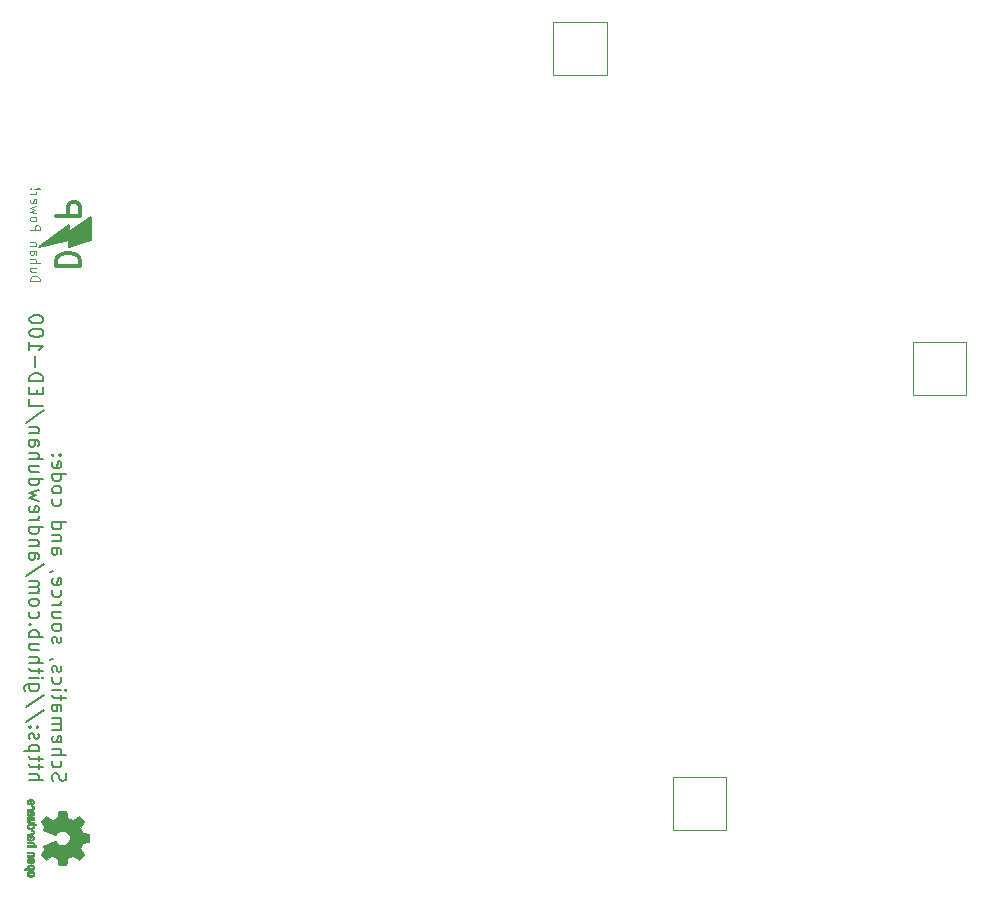
<source format=gbr>
%TF.GenerationSoftware,KiCad,Pcbnew,9.0.1*%
%TF.CreationDate,2025-04-03T16:54:10-05:00*%
%TF.ProjectId,LED-100,4c45442d-3130-4302-9e6b-696361645f70,3*%
%TF.SameCoordinates,Original*%
%TF.FileFunction,Legend,Bot*%
%TF.FilePolarity,Positive*%
%FSLAX46Y46*%
G04 Gerber Fmt 4.6, Leading zero omitted, Abs format (unit mm)*
G04 Created by KiCad (PCBNEW 9.0.1) date 2025-04-03 16:54:10*
%MOMM*%
%LPD*%
G01*
G04 APERTURE LIST*
%ADD10C,0.150000*%
%ADD11C,0.100000*%
%ADD12C,0.300000*%
%ADD13C,0.010000*%
G04 APERTURE END LIST*
D10*
X110405000Y-84365000D02*
X108500000Y-85000000D01*
X108500000Y-84365000D01*
X105960000Y-85000000D01*
X108500000Y-83095000D01*
X108500000Y-83730000D01*
X110405000Y-82460000D01*
X110405000Y-84365000D01*
G36*
X110405000Y-84365000D02*
G01*
X108500000Y-85000000D01*
X108500000Y-84365000D01*
X105960000Y-85000000D01*
X108500000Y-83095000D01*
X108500000Y-83730000D01*
X110405000Y-82460000D01*
X110405000Y-84365000D01*
G37*
D11*
X105231957Y-87869251D02*
X106031957Y-87869251D01*
X106031957Y-87869251D02*
X106031957Y-87678775D01*
X106031957Y-87678775D02*
X105993862Y-87564489D01*
X105993862Y-87564489D02*
X105917672Y-87488299D01*
X105917672Y-87488299D02*
X105841481Y-87450204D01*
X105841481Y-87450204D02*
X105689100Y-87412108D01*
X105689100Y-87412108D02*
X105574814Y-87412108D01*
X105574814Y-87412108D02*
X105422433Y-87450204D01*
X105422433Y-87450204D02*
X105346243Y-87488299D01*
X105346243Y-87488299D02*
X105270053Y-87564489D01*
X105270053Y-87564489D02*
X105231957Y-87678775D01*
X105231957Y-87678775D02*
X105231957Y-87869251D01*
X105765291Y-86726394D02*
X105231957Y-86726394D01*
X105765291Y-87069251D02*
X105346243Y-87069251D01*
X105346243Y-87069251D02*
X105270053Y-87031156D01*
X105270053Y-87031156D02*
X105231957Y-86954966D01*
X105231957Y-86954966D02*
X105231957Y-86840680D01*
X105231957Y-86840680D02*
X105270053Y-86764489D01*
X105270053Y-86764489D02*
X105308148Y-86726394D01*
X105231957Y-86345441D02*
X106031957Y-86345441D01*
X105231957Y-86002584D02*
X105651005Y-86002584D01*
X105651005Y-86002584D02*
X105727195Y-86040679D01*
X105727195Y-86040679D02*
X105765291Y-86116870D01*
X105765291Y-86116870D02*
X105765291Y-86231156D01*
X105765291Y-86231156D02*
X105727195Y-86307346D01*
X105727195Y-86307346D02*
X105689100Y-86345441D01*
X105231957Y-85278774D02*
X105651005Y-85278774D01*
X105651005Y-85278774D02*
X105727195Y-85316869D01*
X105727195Y-85316869D02*
X105765291Y-85393060D01*
X105765291Y-85393060D02*
X105765291Y-85545441D01*
X105765291Y-85545441D02*
X105727195Y-85621631D01*
X105270053Y-85278774D02*
X105231957Y-85354965D01*
X105231957Y-85354965D02*
X105231957Y-85545441D01*
X105231957Y-85545441D02*
X105270053Y-85621631D01*
X105270053Y-85621631D02*
X105346243Y-85659727D01*
X105346243Y-85659727D02*
X105422433Y-85659727D01*
X105422433Y-85659727D02*
X105498624Y-85621631D01*
X105498624Y-85621631D02*
X105536719Y-85545441D01*
X105536719Y-85545441D02*
X105536719Y-85354965D01*
X105536719Y-85354965D02*
X105574814Y-85278774D01*
X105765291Y-84897821D02*
X105231957Y-84897821D01*
X105689100Y-84897821D02*
X105727195Y-84859726D01*
X105727195Y-84859726D02*
X105765291Y-84783536D01*
X105765291Y-84783536D02*
X105765291Y-84669250D01*
X105765291Y-84669250D02*
X105727195Y-84593059D01*
X105727195Y-84593059D02*
X105651005Y-84554964D01*
X105651005Y-84554964D02*
X105231957Y-84554964D01*
X105231957Y-83564487D02*
X106031957Y-83564487D01*
X106031957Y-83564487D02*
X106031957Y-83259725D01*
X106031957Y-83259725D02*
X105993862Y-83183535D01*
X105993862Y-83183535D02*
X105955767Y-83145440D01*
X105955767Y-83145440D02*
X105879576Y-83107344D01*
X105879576Y-83107344D02*
X105765291Y-83107344D01*
X105765291Y-83107344D02*
X105689100Y-83145440D01*
X105689100Y-83145440D02*
X105651005Y-83183535D01*
X105651005Y-83183535D02*
X105612910Y-83259725D01*
X105612910Y-83259725D02*
X105612910Y-83564487D01*
X105231957Y-82650202D02*
X105270053Y-82726392D01*
X105270053Y-82726392D02*
X105308148Y-82764487D01*
X105308148Y-82764487D02*
X105384338Y-82802583D01*
X105384338Y-82802583D02*
X105612910Y-82802583D01*
X105612910Y-82802583D02*
X105689100Y-82764487D01*
X105689100Y-82764487D02*
X105727195Y-82726392D01*
X105727195Y-82726392D02*
X105765291Y-82650202D01*
X105765291Y-82650202D02*
X105765291Y-82535916D01*
X105765291Y-82535916D02*
X105727195Y-82459725D01*
X105727195Y-82459725D02*
X105689100Y-82421630D01*
X105689100Y-82421630D02*
X105612910Y-82383535D01*
X105612910Y-82383535D02*
X105384338Y-82383535D01*
X105384338Y-82383535D02*
X105308148Y-82421630D01*
X105308148Y-82421630D02*
X105270053Y-82459725D01*
X105270053Y-82459725D02*
X105231957Y-82535916D01*
X105231957Y-82535916D02*
X105231957Y-82650202D01*
X105765291Y-82116868D02*
X105231957Y-81964487D01*
X105231957Y-81964487D02*
X105612910Y-81812106D01*
X105612910Y-81812106D02*
X105231957Y-81659725D01*
X105231957Y-81659725D02*
X105765291Y-81507344D01*
X105270053Y-80897820D02*
X105231957Y-80974011D01*
X105231957Y-80974011D02*
X105231957Y-81126392D01*
X105231957Y-81126392D02*
X105270053Y-81202582D01*
X105270053Y-81202582D02*
X105346243Y-81240678D01*
X105346243Y-81240678D02*
X105651005Y-81240678D01*
X105651005Y-81240678D02*
X105727195Y-81202582D01*
X105727195Y-81202582D02*
X105765291Y-81126392D01*
X105765291Y-81126392D02*
X105765291Y-80974011D01*
X105765291Y-80974011D02*
X105727195Y-80897820D01*
X105727195Y-80897820D02*
X105651005Y-80859725D01*
X105651005Y-80859725D02*
X105574814Y-80859725D01*
X105574814Y-80859725D02*
X105498624Y-81240678D01*
X105231957Y-80516868D02*
X105765291Y-80516868D01*
X105612910Y-80516868D02*
X105689100Y-80478773D01*
X105689100Y-80478773D02*
X105727195Y-80440678D01*
X105727195Y-80440678D02*
X105765291Y-80364487D01*
X105765291Y-80364487D02*
X105765291Y-80288297D01*
X105308148Y-80021630D02*
X105270053Y-79983535D01*
X105270053Y-79983535D02*
X105231957Y-80021630D01*
X105231957Y-80021630D02*
X105270053Y-80059726D01*
X105270053Y-80059726D02*
X105308148Y-80021630D01*
X105308148Y-80021630D02*
X105231957Y-80021630D01*
X105536719Y-80021630D02*
X105993862Y-80059726D01*
X105993862Y-80059726D02*
X106031957Y-80021630D01*
X106031957Y-80021630D02*
X105993862Y-79983535D01*
X105993862Y-79983535D02*
X105536719Y-80021630D01*
X105536719Y-80021630D02*
X106031957Y-80021630D01*
D12*
X107449132Y-82317678D02*
X109449132Y-82317678D01*
X109449132Y-82317678D02*
X109449132Y-81555773D01*
X109449132Y-81555773D02*
X109353894Y-81365297D01*
X109353894Y-81365297D02*
X109258656Y-81270059D01*
X109258656Y-81270059D02*
X109068180Y-81174821D01*
X109068180Y-81174821D02*
X108782466Y-81174821D01*
X108782466Y-81174821D02*
X108591990Y-81270059D01*
X108591990Y-81270059D02*
X108496751Y-81365297D01*
X108496751Y-81365297D02*
X108401513Y-81555773D01*
X108401513Y-81555773D02*
X108401513Y-82317678D01*
D10*
X107143733Y-130172744D02*
X107086590Y-130001316D01*
X107086590Y-130001316D02*
X107086590Y-129715601D01*
X107086590Y-129715601D02*
X107143733Y-129601316D01*
X107143733Y-129601316D02*
X107200875Y-129544173D01*
X107200875Y-129544173D02*
X107315161Y-129487030D01*
X107315161Y-129487030D02*
X107429447Y-129487030D01*
X107429447Y-129487030D02*
X107543733Y-129544173D01*
X107543733Y-129544173D02*
X107600875Y-129601316D01*
X107600875Y-129601316D02*
X107658018Y-129715601D01*
X107658018Y-129715601D02*
X107715161Y-129944173D01*
X107715161Y-129944173D02*
X107772304Y-130058458D01*
X107772304Y-130058458D02*
X107829447Y-130115601D01*
X107829447Y-130115601D02*
X107943733Y-130172744D01*
X107943733Y-130172744D02*
X108058018Y-130172744D01*
X108058018Y-130172744D02*
X108172304Y-130115601D01*
X108172304Y-130115601D02*
X108229447Y-130058458D01*
X108229447Y-130058458D02*
X108286590Y-129944173D01*
X108286590Y-129944173D02*
X108286590Y-129658458D01*
X108286590Y-129658458D02*
X108229447Y-129487030D01*
X107143733Y-128458459D02*
X107086590Y-128572744D01*
X107086590Y-128572744D02*
X107086590Y-128801316D01*
X107086590Y-128801316D02*
X107143733Y-128915601D01*
X107143733Y-128915601D02*
X107200875Y-128972744D01*
X107200875Y-128972744D02*
X107315161Y-129029887D01*
X107315161Y-129029887D02*
X107658018Y-129029887D01*
X107658018Y-129029887D02*
X107772304Y-128972744D01*
X107772304Y-128972744D02*
X107829447Y-128915601D01*
X107829447Y-128915601D02*
X107886590Y-128801316D01*
X107886590Y-128801316D02*
X107886590Y-128572744D01*
X107886590Y-128572744D02*
X107829447Y-128458459D01*
X107086590Y-127944173D02*
X108286590Y-127944173D01*
X107086590Y-127429888D02*
X107715161Y-127429888D01*
X107715161Y-127429888D02*
X107829447Y-127487030D01*
X107829447Y-127487030D02*
X107886590Y-127601316D01*
X107886590Y-127601316D02*
X107886590Y-127772745D01*
X107886590Y-127772745D02*
X107829447Y-127887030D01*
X107829447Y-127887030D02*
X107772304Y-127944173D01*
X107143733Y-126401316D02*
X107086590Y-126515602D01*
X107086590Y-126515602D02*
X107086590Y-126744174D01*
X107086590Y-126744174D02*
X107143733Y-126858459D01*
X107143733Y-126858459D02*
X107258018Y-126915602D01*
X107258018Y-126915602D02*
X107715161Y-126915602D01*
X107715161Y-126915602D02*
X107829447Y-126858459D01*
X107829447Y-126858459D02*
X107886590Y-126744174D01*
X107886590Y-126744174D02*
X107886590Y-126515602D01*
X107886590Y-126515602D02*
X107829447Y-126401316D01*
X107829447Y-126401316D02*
X107715161Y-126344174D01*
X107715161Y-126344174D02*
X107600875Y-126344174D01*
X107600875Y-126344174D02*
X107486590Y-126915602D01*
X107086590Y-125829888D02*
X107886590Y-125829888D01*
X107772304Y-125829888D02*
X107829447Y-125772745D01*
X107829447Y-125772745D02*
X107886590Y-125658460D01*
X107886590Y-125658460D02*
X107886590Y-125487031D01*
X107886590Y-125487031D02*
X107829447Y-125372745D01*
X107829447Y-125372745D02*
X107715161Y-125315603D01*
X107715161Y-125315603D02*
X107086590Y-125315603D01*
X107715161Y-125315603D02*
X107829447Y-125258460D01*
X107829447Y-125258460D02*
X107886590Y-125144174D01*
X107886590Y-125144174D02*
X107886590Y-124972745D01*
X107886590Y-124972745D02*
X107829447Y-124858460D01*
X107829447Y-124858460D02*
X107715161Y-124801317D01*
X107715161Y-124801317D02*
X107086590Y-124801317D01*
X107086590Y-123715603D02*
X107715161Y-123715603D01*
X107715161Y-123715603D02*
X107829447Y-123772745D01*
X107829447Y-123772745D02*
X107886590Y-123887031D01*
X107886590Y-123887031D02*
X107886590Y-124115603D01*
X107886590Y-124115603D02*
X107829447Y-124229888D01*
X107143733Y-123715603D02*
X107086590Y-123829888D01*
X107086590Y-123829888D02*
X107086590Y-124115603D01*
X107086590Y-124115603D02*
X107143733Y-124229888D01*
X107143733Y-124229888D02*
X107258018Y-124287031D01*
X107258018Y-124287031D02*
X107372304Y-124287031D01*
X107372304Y-124287031D02*
X107486590Y-124229888D01*
X107486590Y-124229888D02*
X107543733Y-124115603D01*
X107543733Y-124115603D02*
X107543733Y-123829888D01*
X107543733Y-123829888D02*
X107600875Y-123715603D01*
X107886590Y-123315603D02*
X107886590Y-122858460D01*
X108286590Y-123144174D02*
X107258018Y-123144174D01*
X107258018Y-123144174D02*
X107143733Y-123087031D01*
X107143733Y-123087031D02*
X107086590Y-122972746D01*
X107086590Y-122972746D02*
X107086590Y-122858460D01*
X107086590Y-122458460D02*
X107886590Y-122458460D01*
X108286590Y-122458460D02*
X108229447Y-122515603D01*
X108229447Y-122515603D02*
X108172304Y-122458460D01*
X108172304Y-122458460D02*
X108229447Y-122401317D01*
X108229447Y-122401317D02*
X108286590Y-122458460D01*
X108286590Y-122458460D02*
X108172304Y-122458460D01*
X107143733Y-121372746D02*
X107086590Y-121487031D01*
X107086590Y-121487031D02*
X107086590Y-121715603D01*
X107086590Y-121715603D02*
X107143733Y-121829888D01*
X107143733Y-121829888D02*
X107200875Y-121887031D01*
X107200875Y-121887031D02*
X107315161Y-121944174D01*
X107315161Y-121944174D02*
X107658018Y-121944174D01*
X107658018Y-121944174D02*
X107772304Y-121887031D01*
X107772304Y-121887031D02*
X107829447Y-121829888D01*
X107829447Y-121829888D02*
X107886590Y-121715603D01*
X107886590Y-121715603D02*
X107886590Y-121487031D01*
X107886590Y-121487031D02*
X107829447Y-121372746D01*
X107143733Y-120915603D02*
X107086590Y-120801317D01*
X107086590Y-120801317D02*
X107086590Y-120572746D01*
X107086590Y-120572746D02*
X107143733Y-120458460D01*
X107143733Y-120458460D02*
X107258018Y-120401317D01*
X107258018Y-120401317D02*
X107315161Y-120401317D01*
X107315161Y-120401317D02*
X107429447Y-120458460D01*
X107429447Y-120458460D02*
X107486590Y-120572746D01*
X107486590Y-120572746D02*
X107486590Y-120744175D01*
X107486590Y-120744175D02*
X107543733Y-120858460D01*
X107543733Y-120858460D02*
X107658018Y-120915603D01*
X107658018Y-120915603D02*
X107715161Y-120915603D01*
X107715161Y-120915603D02*
X107829447Y-120858460D01*
X107829447Y-120858460D02*
X107886590Y-120744175D01*
X107886590Y-120744175D02*
X107886590Y-120572746D01*
X107886590Y-120572746D02*
X107829447Y-120458460D01*
X107143733Y-119829888D02*
X107086590Y-119829888D01*
X107086590Y-119829888D02*
X106972304Y-119887031D01*
X106972304Y-119887031D02*
X106915161Y-119944174D01*
X107143733Y-118458459D02*
X107086590Y-118344173D01*
X107086590Y-118344173D02*
X107086590Y-118115602D01*
X107086590Y-118115602D02*
X107143733Y-118001316D01*
X107143733Y-118001316D02*
X107258018Y-117944173D01*
X107258018Y-117944173D02*
X107315161Y-117944173D01*
X107315161Y-117944173D02*
X107429447Y-118001316D01*
X107429447Y-118001316D02*
X107486590Y-118115602D01*
X107486590Y-118115602D02*
X107486590Y-118287031D01*
X107486590Y-118287031D02*
X107543733Y-118401316D01*
X107543733Y-118401316D02*
X107658018Y-118458459D01*
X107658018Y-118458459D02*
X107715161Y-118458459D01*
X107715161Y-118458459D02*
X107829447Y-118401316D01*
X107829447Y-118401316D02*
X107886590Y-118287031D01*
X107886590Y-118287031D02*
X107886590Y-118115602D01*
X107886590Y-118115602D02*
X107829447Y-118001316D01*
X107086590Y-117258459D02*
X107143733Y-117372744D01*
X107143733Y-117372744D02*
X107200875Y-117429887D01*
X107200875Y-117429887D02*
X107315161Y-117487030D01*
X107315161Y-117487030D02*
X107658018Y-117487030D01*
X107658018Y-117487030D02*
X107772304Y-117429887D01*
X107772304Y-117429887D02*
X107829447Y-117372744D01*
X107829447Y-117372744D02*
X107886590Y-117258459D01*
X107886590Y-117258459D02*
X107886590Y-117087030D01*
X107886590Y-117087030D02*
X107829447Y-116972744D01*
X107829447Y-116972744D02*
X107772304Y-116915602D01*
X107772304Y-116915602D02*
X107658018Y-116858459D01*
X107658018Y-116858459D02*
X107315161Y-116858459D01*
X107315161Y-116858459D02*
X107200875Y-116915602D01*
X107200875Y-116915602D02*
X107143733Y-116972744D01*
X107143733Y-116972744D02*
X107086590Y-117087030D01*
X107086590Y-117087030D02*
X107086590Y-117258459D01*
X107886590Y-115829888D02*
X107086590Y-115829888D01*
X107886590Y-116344173D02*
X107258018Y-116344173D01*
X107258018Y-116344173D02*
X107143733Y-116287030D01*
X107143733Y-116287030D02*
X107086590Y-116172745D01*
X107086590Y-116172745D02*
X107086590Y-116001316D01*
X107086590Y-116001316D02*
X107143733Y-115887030D01*
X107143733Y-115887030D02*
X107200875Y-115829888D01*
X107086590Y-115258459D02*
X107886590Y-115258459D01*
X107658018Y-115258459D02*
X107772304Y-115201316D01*
X107772304Y-115201316D02*
X107829447Y-115144174D01*
X107829447Y-115144174D02*
X107886590Y-115029888D01*
X107886590Y-115029888D02*
X107886590Y-114915602D01*
X107143733Y-114001317D02*
X107086590Y-114115602D01*
X107086590Y-114115602D02*
X107086590Y-114344174D01*
X107086590Y-114344174D02*
X107143733Y-114458459D01*
X107143733Y-114458459D02*
X107200875Y-114515602D01*
X107200875Y-114515602D02*
X107315161Y-114572745D01*
X107315161Y-114572745D02*
X107658018Y-114572745D01*
X107658018Y-114572745D02*
X107772304Y-114515602D01*
X107772304Y-114515602D02*
X107829447Y-114458459D01*
X107829447Y-114458459D02*
X107886590Y-114344174D01*
X107886590Y-114344174D02*
X107886590Y-114115602D01*
X107886590Y-114115602D02*
X107829447Y-114001317D01*
X107143733Y-113029888D02*
X107086590Y-113144174D01*
X107086590Y-113144174D02*
X107086590Y-113372746D01*
X107086590Y-113372746D02*
X107143733Y-113487031D01*
X107143733Y-113487031D02*
X107258018Y-113544174D01*
X107258018Y-113544174D02*
X107715161Y-113544174D01*
X107715161Y-113544174D02*
X107829447Y-113487031D01*
X107829447Y-113487031D02*
X107886590Y-113372746D01*
X107886590Y-113372746D02*
X107886590Y-113144174D01*
X107886590Y-113144174D02*
X107829447Y-113029888D01*
X107829447Y-113029888D02*
X107715161Y-112972746D01*
X107715161Y-112972746D02*
X107600875Y-112972746D01*
X107600875Y-112972746D02*
X107486590Y-113544174D01*
X107143733Y-112401317D02*
X107086590Y-112401317D01*
X107086590Y-112401317D02*
X106972304Y-112458460D01*
X106972304Y-112458460D02*
X106915161Y-112515603D01*
X107086590Y-110458460D02*
X107715161Y-110458460D01*
X107715161Y-110458460D02*
X107829447Y-110515602D01*
X107829447Y-110515602D02*
X107886590Y-110629888D01*
X107886590Y-110629888D02*
X107886590Y-110858460D01*
X107886590Y-110858460D02*
X107829447Y-110972745D01*
X107143733Y-110458460D02*
X107086590Y-110572745D01*
X107086590Y-110572745D02*
X107086590Y-110858460D01*
X107086590Y-110858460D02*
X107143733Y-110972745D01*
X107143733Y-110972745D02*
X107258018Y-111029888D01*
X107258018Y-111029888D02*
X107372304Y-111029888D01*
X107372304Y-111029888D02*
X107486590Y-110972745D01*
X107486590Y-110972745D02*
X107543733Y-110858460D01*
X107543733Y-110858460D02*
X107543733Y-110572745D01*
X107543733Y-110572745D02*
X107600875Y-110458460D01*
X107886590Y-109887031D02*
X107086590Y-109887031D01*
X107772304Y-109887031D02*
X107829447Y-109829888D01*
X107829447Y-109829888D02*
X107886590Y-109715603D01*
X107886590Y-109715603D02*
X107886590Y-109544174D01*
X107886590Y-109544174D02*
X107829447Y-109429888D01*
X107829447Y-109429888D02*
X107715161Y-109372746D01*
X107715161Y-109372746D02*
X107086590Y-109372746D01*
X107086590Y-108287032D02*
X108286590Y-108287032D01*
X107143733Y-108287032D02*
X107086590Y-108401317D01*
X107086590Y-108401317D02*
X107086590Y-108629889D01*
X107086590Y-108629889D02*
X107143733Y-108744174D01*
X107143733Y-108744174D02*
X107200875Y-108801317D01*
X107200875Y-108801317D02*
X107315161Y-108858460D01*
X107315161Y-108858460D02*
X107658018Y-108858460D01*
X107658018Y-108858460D02*
X107772304Y-108801317D01*
X107772304Y-108801317D02*
X107829447Y-108744174D01*
X107829447Y-108744174D02*
X107886590Y-108629889D01*
X107886590Y-108629889D02*
X107886590Y-108401317D01*
X107886590Y-108401317D02*
X107829447Y-108287032D01*
X107143733Y-106287032D02*
X107086590Y-106401317D01*
X107086590Y-106401317D02*
X107086590Y-106629889D01*
X107086590Y-106629889D02*
X107143733Y-106744174D01*
X107143733Y-106744174D02*
X107200875Y-106801317D01*
X107200875Y-106801317D02*
X107315161Y-106858460D01*
X107315161Y-106858460D02*
X107658018Y-106858460D01*
X107658018Y-106858460D02*
X107772304Y-106801317D01*
X107772304Y-106801317D02*
X107829447Y-106744174D01*
X107829447Y-106744174D02*
X107886590Y-106629889D01*
X107886590Y-106629889D02*
X107886590Y-106401317D01*
X107886590Y-106401317D02*
X107829447Y-106287032D01*
X107086590Y-105601318D02*
X107143733Y-105715603D01*
X107143733Y-105715603D02*
X107200875Y-105772746D01*
X107200875Y-105772746D02*
X107315161Y-105829889D01*
X107315161Y-105829889D02*
X107658018Y-105829889D01*
X107658018Y-105829889D02*
X107772304Y-105772746D01*
X107772304Y-105772746D02*
X107829447Y-105715603D01*
X107829447Y-105715603D02*
X107886590Y-105601318D01*
X107886590Y-105601318D02*
X107886590Y-105429889D01*
X107886590Y-105429889D02*
X107829447Y-105315603D01*
X107829447Y-105315603D02*
X107772304Y-105258461D01*
X107772304Y-105258461D02*
X107658018Y-105201318D01*
X107658018Y-105201318D02*
X107315161Y-105201318D01*
X107315161Y-105201318D02*
X107200875Y-105258461D01*
X107200875Y-105258461D02*
X107143733Y-105315603D01*
X107143733Y-105315603D02*
X107086590Y-105429889D01*
X107086590Y-105429889D02*
X107086590Y-105601318D01*
X107086590Y-104172747D02*
X108286590Y-104172747D01*
X107143733Y-104172747D02*
X107086590Y-104287032D01*
X107086590Y-104287032D02*
X107086590Y-104515604D01*
X107086590Y-104515604D02*
X107143733Y-104629889D01*
X107143733Y-104629889D02*
X107200875Y-104687032D01*
X107200875Y-104687032D02*
X107315161Y-104744175D01*
X107315161Y-104744175D02*
X107658018Y-104744175D01*
X107658018Y-104744175D02*
X107772304Y-104687032D01*
X107772304Y-104687032D02*
X107829447Y-104629889D01*
X107829447Y-104629889D02*
X107886590Y-104515604D01*
X107886590Y-104515604D02*
X107886590Y-104287032D01*
X107886590Y-104287032D02*
X107829447Y-104172747D01*
X107143733Y-103144175D02*
X107086590Y-103258461D01*
X107086590Y-103258461D02*
X107086590Y-103487033D01*
X107086590Y-103487033D02*
X107143733Y-103601318D01*
X107143733Y-103601318D02*
X107258018Y-103658461D01*
X107258018Y-103658461D02*
X107715161Y-103658461D01*
X107715161Y-103658461D02*
X107829447Y-103601318D01*
X107829447Y-103601318D02*
X107886590Y-103487033D01*
X107886590Y-103487033D02*
X107886590Y-103258461D01*
X107886590Y-103258461D02*
X107829447Y-103144175D01*
X107829447Y-103144175D02*
X107715161Y-103087033D01*
X107715161Y-103087033D02*
X107600875Y-103087033D01*
X107600875Y-103087033D02*
X107486590Y-103658461D01*
X107200875Y-102572747D02*
X107143733Y-102515604D01*
X107143733Y-102515604D02*
X107086590Y-102572747D01*
X107086590Y-102572747D02*
X107143733Y-102629890D01*
X107143733Y-102629890D02*
X107200875Y-102572747D01*
X107200875Y-102572747D02*
X107086590Y-102572747D01*
X107829447Y-102572747D02*
X107772304Y-102515604D01*
X107772304Y-102515604D02*
X107715161Y-102572747D01*
X107715161Y-102572747D02*
X107772304Y-102629890D01*
X107772304Y-102629890D02*
X107829447Y-102572747D01*
X107829447Y-102572747D02*
X107715161Y-102572747D01*
X105154657Y-130115601D02*
X106354657Y-130115601D01*
X105154657Y-129601316D02*
X105783228Y-129601316D01*
X105783228Y-129601316D02*
X105897514Y-129658458D01*
X105897514Y-129658458D02*
X105954657Y-129772744D01*
X105954657Y-129772744D02*
X105954657Y-129944173D01*
X105954657Y-129944173D02*
X105897514Y-130058458D01*
X105897514Y-130058458D02*
X105840371Y-130115601D01*
X105954657Y-129201316D02*
X105954657Y-128744173D01*
X106354657Y-129029887D02*
X105326085Y-129029887D01*
X105326085Y-129029887D02*
X105211800Y-128972744D01*
X105211800Y-128972744D02*
X105154657Y-128858459D01*
X105154657Y-128858459D02*
X105154657Y-128744173D01*
X105954657Y-128515602D02*
X105954657Y-128058459D01*
X106354657Y-128344173D02*
X105326085Y-128344173D01*
X105326085Y-128344173D02*
X105211800Y-128287030D01*
X105211800Y-128287030D02*
X105154657Y-128172745D01*
X105154657Y-128172745D02*
X105154657Y-128058459D01*
X105954657Y-127658459D02*
X104754657Y-127658459D01*
X105897514Y-127658459D02*
X105954657Y-127544174D01*
X105954657Y-127544174D02*
X105954657Y-127315602D01*
X105954657Y-127315602D02*
X105897514Y-127201316D01*
X105897514Y-127201316D02*
X105840371Y-127144174D01*
X105840371Y-127144174D02*
X105726085Y-127087031D01*
X105726085Y-127087031D02*
X105383228Y-127087031D01*
X105383228Y-127087031D02*
X105268942Y-127144174D01*
X105268942Y-127144174D02*
X105211800Y-127201316D01*
X105211800Y-127201316D02*
X105154657Y-127315602D01*
X105154657Y-127315602D02*
X105154657Y-127544174D01*
X105154657Y-127544174D02*
X105211800Y-127658459D01*
X105211800Y-126629888D02*
X105154657Y-126515602D01*
X105154657Y-126515602D02*
X105154657Y-126287031D01*
X105154657Y-126287031D02*
X105211800Y-126172745D01*
X105211800Y-126172745D02*
X105326085Y-126115602D01*
X105326085Y-126115602D02*
X105383228Y-126115602D01*
X105383228Y-126115602D02*
X105497514Y-126172745D01*
X105497514Y-126172745D02*
X105554657Y-126287031D01*
X105554657Y-126287031D02*
X105554657Y-126458460D01*
X105554657Y-126458460D02*
X105611800Y-126572745D01*
X105611800Y-126572745D02*
X105726085Y-126629888D01*
X105726085Y-126629888D02*
X105783228Y-126629888D01*
X105783228Y-126629888D02*
X105897514Y-126572745D01*
X105897514Y-126572745D02*
X105954657Y-126458460D01*
X105954657Y-126458460D02*
X105954657Y-126287031D01*
X105954657Y-126287031D02*
X105897514Y-126172745D01*
X105268942Y-125601316D02*
X105211800Y-125544173D01*
X105211800Y-125544173D02*
X105154657Y-125601316D01*
X105154657Y-125601316D02*
X105211800Y-125658459D01*
X105211800Y-125658459D02*
X105268942Y-125601316D01*
X105268942Y-125601316D02*
X105154657Y-125601316D01*
X105897514Y-125601316D02*
X105840371Y-125544173D01*
X105840371Y-125544173D02*
X105783228Y-125601316D01*
X105783228Y-125601316D02*
X105840371Y-125658459D01*
X105840371Y-125658459D02*
X105897514Y-125601316D01*
X105897514Y-125601316D02*
X105783228Y-125601316D01*
X106411800Y-124172744D02*
X104868942Y-125201316D01*
X106411800Y-122915601D02*
X104868942Y-123944173D01*
X105954657Y-122001316D02*
X104983228Y-122001316D01*
X104983228Y-122001316D02*
X104868942Y-122058458D01*
X104868942Y-122058458D02*
X104811800Y-122115601D01*
X104811800Y-122115601D02*
X104754657Y-122229887D01*
X104754657Y-122229887D02*
X104754657Y-122401316D01*
X104754657Y-122401316D02*
X104811800Y-122515601D01*
X105211800Y-122001316D02*
X105154657Y-122115601D01*
X105154657Y-122115601D02*
X105154657Y-122344173D01*
X105154657Y-122344173D02*
X105211800Y-122458458D01*
X105211800Y-122458458D02*
X105268942Y-122515601D01*
X105268942Y-122515601D02*
X105383228Y-122572744D01*
X105383228Y-122572744D02*
X105726085Y-122572744D01*
X105726085Y-122572744D02*
X105840371Y-122515601D01*
X105840371Y-122515601D02*
X105897514Y-122458458D01*
X105897514Y-122458458D02*
X105954657Y-122344173D01*
X105954657Y-122344173D02*
X105954657Y-122115601D01*
X105954657Y-122115601D02*
X105897514Y-122001316D01*
X105154657Y-121429887D02*
X105954657Y-121429887D01*
X106354657Y-121429887D02*
X106297514Y-121487030D01*
X106297514Y-121487030D02*
X106240371Y-121429887D01*
X106240371Y-121429887D02*
X106297514Y-121372744D01*
X106297514Y-121372744D02*
X106354657Y-121429887D01*
X106354657Y-121429887D02*
X106240371Y-121429887D01*
X105954657Y-121029887D02*
X105954657Y-120572744D01*
X106354657Y-120858458D02*
X105326085Y-120858458D01*
X105326085Y-120858458D02*
X105211800Y-120801315D01*
X105211800Y-120801315D02*
X105154657Y-120687030D01*
X105154657Y-120687030D02*
X105154657Y-120572744D01*
X105154657Y-120172744D02*
X106354657Y-120172744D01*
X105154657Y-119658459D02*
X105783228Y-119658459D01*
X105783228Y-119658459D02*
X105897514Y-119715601D01*
X105897514Y-119715601D02*
X105954657Y-119829887D01*
X105954657Y-119829887D02*
X105954657Y-120001316D01*
X105954657Y-120001316D02*
X105897514Y-120115601D01*
X105897514Y-120115601D02*
X105840371Y-120172744D01*
X105954657Y-118572745D02*
X105154657Y-118572745D01*
X105954657Y-119087030D02*
X105326085Y-119087030D01*
X105326085Y-119087030D02*
X105211800Y-119029887D01*
X105211800Y-119029887D02*
X105154657Y-118915602D01*
X105154657Y-118915602D02*
X105154657Y-118744173D01*
X105154657Y-118744173D02*
X105211800Y-118629887D01*
X105211800Y-118629887D02*
X105268942Y-118572745D01*
X105154657Y-118001316D02*
X106354657Y-118001316D01*
X105897514Y-118001316D02*
X105954657Y-117887031D01*
X105954657Y-117887031D02*
X105954657Y-117658459D01*
X105954657Y-117658459D02*
X105897514Y-117544173D01*
X105897514Y-117544173D02*
X105840371Y-117487031D01*
X105840371Y-117487031D02*
X105726085Y-117429888D01*
X105726085Y-117429888D02*
X105383228Y-117429888D01*
X105383228Y-117429888D02*
X105268942Y-117487031D01*
X105268942Y-117487031D02*
X105211800Y-117544173D01*
X105211800Y-117544173D02*
X105154657Y-117658459D01*
X105154657Y-117658459D02*
X105154657Y-117887031D01*
X105154657Y-117887031D02*
X105211800Y-118001316D01*
X105268942Y-116915602D02*
X105211800Y-116858459D01*
X105211800Y-116858459D02*
X105154657Y-116915602D01*
X105154657Y-116915602D02*
X105211800Y-116972745D01*
X105211800Y-116972745D02*
X105268942Y-116915602D01*
X105268942Y-116915602D02*
X105154657Y-116915602D01*
X105211800Y-115829888D02*
X105154657Y-115944173D01*
X105154657Y-115944173D02*
X105154657Y-116172745D01*
X105154657Y-116172745D02*
X105211800Y-116287030D01*
X105211800Y-116287030D02*
X105268942Y-116344173D01*
X105268942Y-116344173D02*
X105383228Y-116401316D01*
X105383228Y-116401316D02*
X105726085Y-116401316D01*
X105726085Y-116401316D02*
X105840371Y-116344173D01*
X105840371Y-116344173D02*
X105897514Y-116287030D01*
X105897514Y-116287030D02*
X105954657Y-116172745D01*
X105954657Y-116172745D02*
X105954657Y-115944173D01*
X105954657Y-115944173D02*
X105897514Y-115829888D01*
X105154657Y-115144174D02*
X105211800Y-115258459D01*
X105211800Y-115258459D02*
X105268942Y-115315602D01*
X105268942Y-115315602D02*
X105383228Y-115372745D01*
X105383228Y-115372745D02*
X105726085Y-115372745D01*
X105726085Y-115372745D02*
X105840371Y-115315602D01*
X105840371Y-115315602D02*
X105897514Y-115258459D01*
X105897514Y-115258459D02*
X105954657Y-115144174D01*
X105954657Y-115144174D02*
X105954657Y-114972745D01*
X105954657Y-114972745D02*
X105897514Y-114858459D01*
X105897514Y-114858459D02*
X105840371Y-114801317D01*
X105840371Y-114801317D02*
X105726085Y-114744174D01*
X105726085Y-114744174D02*
X105383228Y-114744174D01*
X105383228Y-114744174D02*
X105268942Y-114801317D01*
X105268942Y-114801317D02*
X105211800Y-114858459D01*
X105211800Y-114858459D02*
X105154657Y-114972745D01*
X105154657Y-114972745D02*
X105154657Y-115144174D01*
X105154657Y-114229888D02*
X105954657Y-114229888D01*
X105840371Y-114229888D02*
X105897514Y-114172745D01*
X105897514Y-114172745D02*
X105954657Y-114058460D01*
X105954657Y-114058460D02*
X105954657Y-113887031D01*
X105954657Y-113887031D02*
X105897514Y-113772745D01*
X105897514Y-113772745D02*
X105783228Y-113715603D01*
X105783228Y-113715603D02*
X105154657Y-113715603D01*
X105783228Y-113715603D02*
X105897514Y-113658460D01*
X105897514Y-113658460D02*
X105954657Y-113544174D01*
X105954657Y-113544174D02*
X105954657Y-113372745D01*
X105954657Y-113372745D02*
X105897514Y-113258460D01*
X105897514Y-113258460D02*
X105783228Y-113201317D01*
X105783228Y-113201317D02*
X105154657Y-113201317D01*
X106411800Y-111772745D02*
X104868942Y-112801317D01*
X105154657Y-110858460D02*
X105783228Y-110858460D01*
X105783228Y-110858460D02*
X105897514Y-110915602D01*
X105897514Y-110915602D02*
X105954657Y-111029888D01*
X105954657Y-111029888D02*
X105954657Y-111258460D01*
X105954657Y-111258460D02*
X105897514Y-111372745D01*
X105211800Y-110858460D02*
X105154657Y-110972745D01*
X105154657Y-110972745D02*
X105154657Y-111258460D01*
X105154657Y-111258460D02*
X105211800Y-111372745D01*
X105211800Y-111372745D02*
X105326085Y-111429888D01*
X105326085Y-111429888D02*
X105440371Y-111429888D01*
X105440371Y-111429888D02*
X105554657Y-111372745D01*
X105554657Y-111372745D02*
X105611800Y-111258460D01*
X105611800Y-111258460D02*
X105611800Y-110972745D01*
X105611800Y-110972745D02*
X105668942Y-110858460D01*
X105954657Y-110287031D02*
X105154657Y-110287031D01*
X105840371Y-110287031D02*
X105897514Y-110229888D01*
X105897514Y-110229888D02*
X105954657Y-110115603D01*
X105954657Y-110115603D02*
X105954657Y-109944174D01*
X105954657Y-109944174D02*
X105897514Y-109829888D01*
X105897514Y-109829888D02*
X105783228Y-109772746D01*
X105783228Y-109772746D02*
X105154657Y-109772746D01*
X105154657Y-108687032D02*
X106354657Y-108687032D01*
X105211800Y-108687032D02*
X105154657Y-108801317D01*
X105154657Y-108801317D02*
X105154657Y-109029889D01*
X105154657Y-109029889D02*
X105211800Y-109144174D01*
X105211800Y-109144174D02*
X105268942Y-109201317D01*
X105268942Y-109201317D02*
X105383228Y-109258460D01*
X105383228Y-109258460D02*
X105726085Y-109258460D01*
X105726085Y-109258460D02*
X105840371Y-109201317D01*
X105840371Y-109201317D02*
X105897514Y-109144174D01*
X105897514Y-109144174D02*
X105954657Y-109029889D01*
X105954657Y-109029889D02*
X105954657Y-108801317D01*
X105954657Y-108801317D02*
X105897514Y-108687032D01*
X105154657Y-108115603D02*
X105954657Y-108115603D01*
X105726085Y-108115603D02*
X105840371Y-108058460D01*
X105840371Y-108058460D02*
X105897514Y-108001318D01*
X105897514Y-108001318D02*
X105954657Y-107887032D01*
X105954657Y-107887032D02*
X105954657Y-107772746D01*
X105211800Y-106915603D02*
X105154657Y-107029889D01*
X105154657Y-107029889D02*
X105154657Y-107258461D01*
X105154657Y-107258461D02*
X105211800Y-107372746D01*
X105211800Y-107372746D02*
X105326085Y-107429889D01*
X105326085Y-107429889D02*
X105783228Y-107429889D01*
X105783228Y-107429889D02*
X105897514Y-107372746D01*
X105897514Y-107372746D02*
X105954657Y-107258461D01*
X105954657Y-107258461D02*
X105954657Y-107029889D01*
X105954657Y-107029889D02*
X105897514Y-106915603D01*
X105897514Y-106915603D02*
X105783228Y-106858461D01*
X105783228Y-106858461D02*
X105668942Y-106858461D01*
X105668942Y-106858461D02*
X105554657Y-107429889D01*
X105954657Y-106458461D02*
X105154657Y-106229890D01*
X105154657Y-106229890D02*
X105726085Y-106001318D01*
X105726085Y-106001318D02*
X105154657Y-105772747D01*
X105154657Y-105772747D02*
X105954657Y-105544175D01*
X105154657Y-104572747D02*
X106354657Y-104572747D01*
X105211800Y-104572747D02*
X105154657Y-104687032D01*
X105154657Y-104687032D02*
X105154657Y-104915604D01*
X105154657Y-104915604D02*
X105211800Y-105029889D01*
X105211800Y-105029889D02*
X105268942Y-105087032D01*
X105268942Y-105087032D02*
X105383228Y-105144175D01*
X105383228Y-105144175D02*
X105726085Y-105144175D01*
X105726085Y-105144175D02*
X105840371Y-105087032D01*
X105840371Y-105087032D02*
X105897514Y-105029889D01*
X105897514Y-105029889D02*
X105954657Y-104915604D01*
X105954657Y-104915604D02*
X105954657Y-104687032D01*
X105954657Y-104687032D02*
X105897514Y-104572747D01*
X105954657Y-103487033D02*
X105154657Y-103487033D01*
X105954657Y-104001318D02*
X105326085Y-104001318D01*
X105326085Y-104001318D02*
X105211800Y-103944175D01*
X105211800Y-103944175D02*
X105154657Y-103829890D01*
X105154657Y-103829890D02*
X105154657Y-103658461D01*
X105154657Y-103658461D02*
X105211800Y-103544175D01*
X105211800Y-103544175D02*
X105268942Y-103487033D01*
X105154657Y-102915604D02*
X106354657Y-102915604D01*
X105154657Y-102401319D02*
X105783228Y-102401319D01*
X105783228Y-102401319D02*
X105897514Y-102458461D01*
X105897514Y-102458461D02*
X105954657Y-102572747D01*
X105954657Y-102572747D02*
X105954657Y-102744176D01*
X105954657Y-102744176D02*
X105897514Y-102858461D01*
X105897514Y-102858461D02*
X105840371Y-102915604D01*
X105154657Y-101315605D02*
X105783228Y-101315605D01*
X105783228Y-101315605D02*
X105897514Y-101372747D01*
X105897514Y-101372747D02*
X105954657Y-101487033D01*
X105954657Y-101487033D02*
X105954657Y-101715605D01*
X105954657Y-101715605D02*
X105897514Y-101829890D01*
X105211800Y-101315605D02*
X105154657Y-101429890D01*
X105154657Y-101429890D02*
X105154657Y-101715605D01*
X105154657Y-101715605D02*
X105211800Y-101829890D01*
X105211800Y-101829890D02*
X105326085Y-101887033D01*
X105326085Y-101887033D02*
X105440371Y-101887033D01*
X105440371Y-101887033D02*
X105554657Y-101829890D01*
X105554657Y-101829890D02*
X105611800Y-101715605D01*
X105611800Y-101715605D02*
X105611800Y-101429890D01*
X105611800Y-101429890D02*
X105668942Y-101315605D01*
X105954657Y-100744176D02*
X105154657Y-100744176D01*
X105840371Y-100744176D02*
X105897514Y-100687033D01*
X105897514Y-100687033D02*
X105954657Y-100572748D01*
X105954657Y-100572748D02*
X105954657Y-100401319D01*
X105954657Y-100401319D02*
X105897514Y-100287033D01*
X105897514Y-100287033D02*
X105783228Y-100229891D01*
X105783228Y-100229891D02*
X105154657Y-100229891D01*
X106411800Y-98801319D02*
X104868942Y-99829891D01*
X105154657Y-97829891D02*
X105154657Y-98401319D01*
X105154657Y-98401319D02*
X106354657Y-98401319D01*
X105783228Y-97429890D02*
X105783228Y-97029890D01*
X105154657Y-96858462D02*
X105154657Y-97429890D01*
X105154657Y-97429890D02*
X106354657Y-97429890D01*
X106354657Y-97429890D02*
X106354657Y-96858462D01*
X105154657Y-96344176D02*
X106354657Y-96344176D01*
X106354657Y-96344176D02*
X106354657Y-96058462D01*
X106354657Y-96058462D02*
X106297514Y-95887033D01*
X106297514Y-95887033D02*
X106183228Y-95772748D01*
X106183228Y-95772748D02*
X106068942Y-95715605D01*
X106068942Y-95715605D02*
X105840371Y-95658462D01*
X105840371Y-95658462D02*
X105668942Y-95658462D01*
X105668942Y-95658462D02*
X105440371Y-95715605D01*
X105440371Y-95715605D02*
X105326085Y-95772748D01*
X105326085Y-95772748D02*
X105211800Y-95887033D01*
X105211800Y-95887033D02*
X105154657Y-96058462D01*
X105154657Y-96058462D02*
X105154657Y-96344176D01*
X105611800Y-95144176D02*
X105611800Y-94229891D01*
X105154657Y-93029891D02*
X105154657Y-93715605D01*
X105154657Y-93372748D02*
X106354657Y-93372748D01*
X106354657Y-93372748D02*
X106183228Y-93487034D01*
X106183228Y-93487034D02*
X106068942Y-93601319D01*
X106068942Y-93601319D02*
X106011800Y-93715605D01*
X106354657Y-92287034D02*
X106354657Y-92172748D01*
X106354657Y-92172748D02*
X106297514Y-92058462D01*
X106297514Y-92058462D02*
X106240371Y-92001320D01*
X106240371Y-92001320D02*
X106126085Y-91944177D01*
X106126085Y-91944177D02*
X105897514Y-91887034D01*
X105897514Y-91887034D02*
X105611800Y-91887034D01*
X105611800Y-91887034D02*
X105383228Y-91944177D01*
X105383228Y-91944177D02*
X105268942Y-92001320D01*
X105268942Y-92001320D02*
X105211800Y-92058462D01*
X105211800Y-92058462D02*
X105154657Y-92172748D01*
X105154657Y-92172748D02*
X105154657Y-92287034D01*
X105154657Y-92287034D02*
X105211800Y-92401320D01*
X105211800Y-92401320D02*
X105268942Y-92458462D01*
X105268942Y-92458462D02*
X105383228Y-92515605D01*
X105383228Y-92515605D02*
X105611800Y-92572748D01*
X105611800Y-92572748D02*
X105897514Y-92572748D01*
X105897514Y-92572748D02*
X106126085Y-92515605D01*
X106126085Y-92515605D02*
X106240371Y-92458462D01*
X106240371Y-92458462D02*
X106297514Y-92401320D01*
X106297514Y-92401320D02*
X106354657Y-92287034D01*
X106354657Y-91144177D02*
X106354657Y-91029891D01*
X106354657Y-91029891D02*
X106297514Y-90915605D01*
X106297514Y-90915605D02*
X106240371Y-90858463D01*
X106240371Y-90858463D02*
X106126085Y-90801320D01*
X106126085Y-90801320D02*
X105897514Y-90744177D01*
X105897514Y-90744177D02*
X105611800Y-90744177D01*
X105611800Y-90744177D02*
X105383228Y-90801320D01*
X105383228Y-90801320D02*
X105268942Y-90858463D01*
X105268942Y-90858463D02*
X105211800Y-90915605D01*
X105211800Y-90915605D02*
X105154657Y-91029891D01*
X105154657Y-91029891D02*
X105154657Y-91144177D01*
X105154657Y-91144177D02*
X105211800Y-91258463D01*
X105211800Y-91258463D02*
X105268942Y-91315605D01*
X105268942Y-91315605D02*
X105383228Y-91372748D01*
X105383228Y-91372748D02*
X105611800Y-91429891D01*
X105611800Y-91429891D02*
X105897514Y-91429891D01*
X105897514Y-91429891D02*
X106126085Y-91372748D01*
X106126085Y-91372748D02*
X106240371Y-91315605D01*
X106240371Y-91315605D02*
X106297514Y-91258463D01*
X106297514Y-91258463D02*
X106354657Y-91144177D01*
D12*
X107453690Y-86592210D02*
X109453690Y-86592210D01*
X109453690Y-86592210D02*
X109453690Y-86116020D01*
X109453690Y-86116020D02*
X109358452Y-85830305D01*
X109358452Y-85830305D02*
X109167976Y-85639829D01*
X109167976Y-85639829D02*
X108977500Y-85544591D01*
X108977500Y-85544591D02*
X108596548Y-85449353D01*
X108596548Y-85449353D02*
X108310833Y-85449353D01*
X108310833Y-85449353D02*
X107929881Y-85544591D01*
X107929881Y-85544591D02*
X107739405Y-85639829D01*
X107739405Y-85639829D02*
X107548929Y-85830305D01*
X107548929Y-85830305D02*
X107453690Y-86116020D01*
X107453690Y-86116020D02*
X107453690Y-86592210D01*
%TO.C,U2*%
D11*
X159675000Y-129830000D02*
X164175000Y-129830000D01*
X164175000Y-134330000D01*
X159675000Y-134330000D01*
X159675000Y-129830000D01*
%TO.C,U3*%
X179980000Y-97500000D02*
X184480000Y-97500000D01*
X184480000Y-93000000D01*
X179980000Y-93000000D01*
X179980000Y-97500000D01*
%TO.C,U1*%
X154045480Y-70375000D02*
X149545480Y-70375000D01*
X149545480Y-65875000D01*
X154045480Y-65875000D01*
X154045480Y-70375000D01*
D13*
%TO.C,REF\u002A\u002A*%
X105402849Y-132231336D02*
X105453453Y-132253235D01*
X105500872Y-132288644D01*
X105533666Y-132330052D01*
X105541248Y-132347400D01*
X105553924Y-132413089D01*
X105548903Y-132482829D01*
X105526645Y-132542753D01*
X105509920Y-132567673D01*
X105485957Y-132592910D01*
X105455474Y-132610912D01*
X105413977Y-132622858D01*
X105356968Y-132629930D01*
X105279953Y-132633308D01*
X105178435Y-132634171D01*
X105125973Y-132634002D01*
X105054285Y-132633153D01*
X104997075Y-132631711D01*
X104959191Y-132629814D01*
X104945486Y-132627597D01*
X104950019Y-132613172D01*
X104962330Y-132584054D01*
X104962728Y-132583181D01*
X104970644Y-132568060D01*
X104981505Y-132557891D01*
X105000529Y-132551691D01*
X105032931Y-132548478D01*
X105083929Y-132547270D01*
X105158739Y-132547086D01*
X105206196Y-132546714D01*
X105295385Y-132542750D01*
X105360713Y-132533673D01*
X105405607Y-132518524D01*
X105433493Y-132496345D01*
X105447797Y-132466175D01*
X105448794Y-132461990D01*
X105449573Y-132405480D01*
X105424256Y-132361410D01*
X105373498Y-132330972D01*
X105358825Y-132325544D01*
X105326351Y-132313171D01*
X105311428Y-132306905D01*
X105313484Y-132294036D01*
X105324643Y-132265933D01*
X105343073Y-132239721D01*
X105377902Y-132227771D01*
X105402849Y-132231336D01*
G36*
X105402849Y-132231336D02*
G01*
X105453453Y-132253235D01*
X105500872Y-132288644D01*
X105533666Y-132330052D01*
X105541248Y-132347400D01*
X105553924Y-132413089D01*
X105548903Y-132482829D01*
X105526645Y-132542753D01*
X105509920Y-132567673D01*
X105485957Y-132592910D01*
X105455474Y-132610912D01*
X105413977Y-132622858D01*
X105356968Y-132629930D01*
X105279953Y-132633308D01*
X105178435Y-132634171D01*
X105125973Y-132634002D01*
X105054285Y-132633153D01*
X104997075Y-132631711D01*
X104959191Y-132629814D01*
X104945486Y-132627597D01*
X104950019Y-132613172D01*
X104962330Y-132584054D01*
X104962728Y-132583181D01*
X104970644Y-132568060D01*
X104981505Y-132557891D01*
X105000529Y-132551691D01*
X105032931Y-132548478D01*
X105083929Y-132547270D01*
X105158739Y-132547086D01*
X105206196Y-132546714D01*
X105295385Y-132542750D01*
X105360713Y-132533673D01*
X105405607Y-132518524D01*
X105433493Y-132496345D01*
X105447797Y-132466175D01*
X105448794Y-132461990D01*
X105449573Y-132405480D01*
X105424256Y-132361410D01*
X105373498Y-132330972D01*
X105358825Y-132325544D01*
X105326351Y-132313171D01*
X105311428Y-132306905D01*
X105313484Y-132294036D01*
X105324643Y-132265933D01*
X105343073Y-132239721D01*
X105377902Y-132227771D01*
X105402849Y-132231336D01*
G37*
X105266289Y-136146884D02*
X105349108Y-136149086D01*
X105410773Y-136154661D01*
X105456252Y-136164941D01*
X105490516Y-136181258D01*
X105518534Y-136204943D01*
X105545277Y-136237328D01*
X105572220Y-136283907D01*
X105589809Y-136357287D01*
X105582178Y-136431020D01*
X105550320Y-136498810D01*
X105495230Y-136554366D01*
X105477984Y-136565881D01*
X105458438Y-136575432D01*
X105433802Y-136582206D01*
X105399289Y-136586819D01*
X105350111Y-136589888D01*
X105281481Y-136592029D01*
X105188611Y-136593859D01*
X104930993Y-136598404D01*
X104945509Y-136560225D01*
X104958844Y-136525268D01*
X104971677Y-136499097D01*
X104988220Y-136482013D01*
X105013535Y-136472086D01*
X105052684Y-136467386D01*
X105110732Y-136465982D01*
X105192739Y-136465943D01*
X105258105Y-136465744D01*
X105320827Y-136464559D01*
X105363666Y-136461729D01*
X105391780Y-136456609D01*
X105410325Y-136448553D01*
X105424457Y-136436914D01*
X105444400Y-136408303D01*
X105451917Y-136360239D01*
X105432921Y-136312688D01*
X105430489Y-136309550D01*
X105419252Y-136299769D01*
X105401230Y-136292553D01*
X105371974Y-136287299D01*
X105327038Y-136283402D01*
X105261972Y-136280256D01*
X105172330Y-136277257D01*
X104932303Y-136270000D01*
X104959956Y-136208314D01*
X104987609Y-136146629D01*
X105206754Y-136146629D01*
X105266289Y-136146884D01*
G36*
X105266289Y-136146884D02*
G01*
X105349108Y-136149086D01*
X105410773Y-136154661D01*
X105456252Y-136164941D01*
X105490516Y-136181258D01*
X105518534Y-136204943D01*
X105545277Y-136237328D01*
X105572220Y-136283907D01*
X105589809Y-136357287D01*
X105582178Y-136431020D01*
X105550320Y-136498810D01*
X105495230Y-136554366D01*
X105477984Y-136565881D01*
X105458438Y-136575432D01*
X105433802Y-136582206D01*
X105399289Y-136586819D01*
X105350111Y-136589888D01*
X105281481Y-136592029D01*
X105188611Y-136593859D01*
X104930993Y-136598404D01*
X104945509Y-136560225D01*
X104958844Y-136525268D01*
X104971677Y-136499097D01*
X104988220Y-136482013D01*
X105013535Y-136472086D01*
X105052684Y-136467386D01*
X105110732Y-136465982D01*
X105192739Y-136465943D01*
X105258105Y-136465744D01*
X105320827Y-136464559D01*
X105363666Y-136461729D01*
X105391780Y-136456609D01*
X105410325Y-136448553D01*
X105424457Y-136436914D01*
X105444400Y-136408303D01*
X105451917Y-136360239D01*
X105432921Y-136312688D01*
X105430489Y-136309550D01*
X105419252Y-136299769D01*
X105401230Y-136292553D01*
X105371974Y-136287299D01*
X105327038Y-136283402D01*
X105261972Y-136280256D01*
X105172330Y-136277257D01*
X104932303Y-136270000D01*
X104959956Y-136208314D01*
X104987609Y-136146629D01*
X105206754Y-136146629D01*
X105266289Y-136146884D01*
G37*
X105452591Y-134329836D02*
X105482883Y-134350727D01*
X105525916Y-134404142D01*
X105550245Y-134470074D01*
X105553557Y-134540574D01*
X105533533Y-134607691D01*
X105530997Y-134612273D01*
X105501943Y-134649704D01*
X105464590Y-134683170D01*
X105456148Y-134689007D01*
X105436447Y-134700165D01*
X105413065Y-134708136D01*
X105380933Y-134713618D01*
X105334981Y-134717307D01*
X105270141Y-134719899D01*
X105181343Y-134722092D01*
X105166331Y-134722402D01*
X105069001Y-134723400D01*
X105000066Y-134721994D01*
X104959052Y-134718164D01*
X104945486Y-134711889D01*
X104949548Y-134692898D01*
X104961856Y-134660638D01*
X104965455Y-134653041D01*
X104973602Y-134641176D01*
X104986996Y-134632994D01*
X105010392Y-134627643D01*
X105048545Y-134624269D01*
X105106210Y-134622019D01*
X105188143Y-134620040D01*
X105212093Y-134619498D01*
X105287734Y-134617403D01*
X105340672Y-134614683D01*
X105375925Y-134610515D01*
X105398513Y-134604079D01*
X105413456Y-134594550D01*
X105425773Y-134581106D01*
X105447366Y-134541305D01*
X105451524Y-134492341D01*
X105435001Y-134448529D01*
X105400790Y-134417008D01*
X105351886Y-134404914D01*
X105338593Y-134404578D01*
X105314528Y-134397972D01*
X105310856Y-134378470D01*
X105325187Y-134340283D01*
X105329783Y-134331438D01*
X105356814Y-134307534D01*
X105397006Y-134307061D01*
X105452591Y-134329836D01*
G36*
X105452591Y-134329836D02*
G01*
X105482883Y-134350727D01*
X105525916Y-134404142D01*
X105550245Y-134470074D01*
X105553557Y-134540574D01*
X105533533Y-134607691D01*
X105530997Y-134612273D01*
X105501943Y-134649704D01*
X105464590Y-134683170D01*
X105456148Y-134689007D01*
X105436447Y-134700165D01*
X105413065Y-134708136D01*
X105380933Y-134713618D01*
X105334981Y-134717307D01*
X105270141Y-134719899D01*
X105181343Y-134722092D01*
X105166331Y-134722402D01*
X105069001Y-134723400D01*
X105000066Y-134721994D01*
X104959052Y-134718164D01*
X104945486Y-134711889D01*
X104949548Y-134692898D01*
X104961856Y-134660638D01*
X104965455Y-134653041D01*
X104973602Y-134641176D01*
X104986996Y-134632994D01*
X105010392Y-134627643D01*
X105048545Y-134624269D01*
X105106210Y-134622019D01*
X105188143Y-134620040D01*
X105212093Y-134619498D01*
X105287734Y-134617403D01*
X105340672Y-134614683D01*
X105375925Y-134610515D01*
X105398513Y-134604079D01*
X105413456Y-134594550D01*
X105425773Y-134581106D01*
X105447366Y-134541305D01*
X105451524Y-134492341D01*
X105435001Y-134448529D01*
X105400790Y-134417008D01*
X105351886Y-134404914D01*
X105338593Y-134404578D01*
X105314528Y-134397972D01*
X105310856Y-134378470D01*
X105325187Y-134340283D01*
X105329783Y-134331438D01*
X105356814Y-134307534D01*
X105397006Y-134307061D01*
X105452591Y-134329836D01*
G37*
X105371820Y-133215101D02*
X105445114Y-133216216D01*
X105503150Y-133217952D01*
X105541337Y-133220167D01*
X105555086Y-133222721D01*
X105555049Y-133223256D01*
X105548207Y-133241808D01*
X105533132Y-133273153D01*
X105511178Y-133315608D01*
X105282760Y-133319604D01*
X105054343Y-133323600D01*
X105054343Y-133410686D01*
X105304714Y-133414657D01*
X105372773Y-133415916D01*
X105445518Y-133417718D01*
X105503270Y-133419671D01*
X105541352Y-133421612D01*
X105555086Y-133423377D01*
X105555038Y-133423885D01*
X105549985Y-133441482D01*
X105539151Y-133473834D01*
X105523217Y-133519543D01*
X105303294Y-133519765D01*
X105265091Y-133519988D01*
X105190854Y-133521531D01*
X105128855Y-133524292D01*
X105084692Y-133527977D01*
X105063959Y-133532292D01*
X105052869Y-133547732D01*
X105049444Y-133579241D01*
X105054343Y-133613886D01*
X105304714Y-133617857D01*
X105368337Y-133619278D01*
X105443644Y-133622225D01*
X105502714Y-133626079D01*
X105541282Y-133630542D01*
X105555086Y-133635317D01*
X105550718Y-133653941D01*
X105538242Y-133685774D01*
X105521398Y-133722743D01*
X105034804Y-133722743D01*
X104988873Y-133676812D01*
X104978573Y-133666320D01*
X104955680Y-133637255D01*
X104948265Y-133607943D01*
X104951679Y-133564326D01*
X104953886Y-133546568D01*
X104958555Y-133500767D01*
X104960415Y-133468743D01*
X104960131Y-133459244D01*
X104957052Y-133420274D01*
X104951679Y-133373160D01*
X104949832Y-133358085D01*
X104949107Y-133320110D01*
X104960571Y-133292325D01*
X104988873Y-133260674D01*
X105034804Y-133214743D01*
X105294945Y-133214743D01*
X105371820Y-133215101D01*
G36*
X105371820Y-133215101D02*
G01*
X105445114Y-133216216D01*
X105503150Y-133217952D01*
X105541337Y-133220167D01*
X105555086Y-133222721D01*
X105555049Y-133223256D01*
X105548207Y-133241808D01*
X105533132Y-133273153D01*
X105511178Y-133315608D01*
X105282760Y-133319604D01*
X105054343Y-133323600D01*
X105054343Y-133410686D01*
X105304714Y-133414657D01*
X105372773Y-133415916D01*
X105445518Y-133417718D01*
X105503270Y-133419671D01*
X105541352Y-133421612D01*
X105555086Y-133423377D01*
X105555038Y-133423885D01*
X105549985Y-133441482D01*
X105539151Y-133473834D01*
X105523217Y-133519543D01*
X105303294Y-133519765D01*
X105265091Y-133519988D01*
X105190854Y-133521531D01*
X105128855Y-133524292D01*
X105084692Y-133527977D01*
X105063959Y-133532292D01*
X105052869Y-133547732D01*
X105049444Y-133579241D01*
X105054343Y-133613886D01*
X105304714Y-133617857D01*
X105368337Y-133619278D01*
X105443644Y-133622225D01*
X105502714Y-133626079D01*
X105541282Y-133630542D01*
X105555086Y-133635317D01*
X105550718Y-133653941D01*
X105538242Y-133685774D01*
X105521398Y-133722743D01*
X105034804Y-133722743D01*
X104988873Y-133676812D01*
X104978573Y-133666320D01*
X104955680Y-133637255D01*
X104948265Y-133607943D01*
X104951679Y-133564326D01*
X104953886Y-133546568D01*
X104958555Y-133500767D01*
X104960415Y-133468743D01*
X104960131Y-133459244D01*
X104957052Y-133420274D01*
X104951679Y-133373160D01*
X104949832Y-133358085D01*
X104949107Y-133320110D01*
X104960571Y-133292325D01*
X104988873Y-133260674D01*
X105034804Y-133214743D01*
X105294945Y-133214743D01*
X105371820Y-133215101D01*
G37*
X105182763Y-135304823D02*
X105201049Y-135304857D01*
X105296374Y-135306778D01*
X105368457Y-135312678D01*
X105422187Y-135324001D01*
X105462451Y-135342187D01*
X105494139Y-135368679D01*
X105522139Y-135404918D01*
X105539667Y-135440263D01*
X105553215Y-135496773D01*
X105553985Y-135552356D01*
X105540805Y-135595086D01*
X105538985Y-135598298D01*
X105539180Y-135608205D01*
X105554428Y-135614975D01*
X105589387Y-135619861D01*
X105648711Y-135624114D01*
X105770453Y-135631371D01*
X105750556Y-135678543D01*
X105730658Y-135725714D01*
X105333491Y-135725714D01*
X105230502Y-135725519D01*
X105137859Y-135724998D01*
X105059300Y-135724199D01*
X104998561Y-135723172D01*
X104959377Y-135721963D01*
X104945486Y-135720623D01*
X104945532Y-135720099D01*
X104950580Y-135702287D01*
X104961420Y-135669823D01*
X104977354Y-135624114D01*
X105181827Y-135624114D01*
X105262168Y-135623824D01*
X105320438Y-135622474D01*
X105360091Y-135619369D01*
X105386382Y-135613812D01*
X105404564Y-135605107D01*
X105419893Y-135592556D01*
X105428045Y-135583999D01*
X105450625Y-135537728D01*
X105448625Y-135486728D01*
X105421927Y-135439993D01*
X105415302Y-135433189D01*
X105401544Y-135422293D01*
X105383358Y-135414836D01*
X105355823Y-135410169D01*
X105314019Y-135407642D01*
X105253027Y-135406602D01*
X105167927Y-135406400D01*
X105124766Y-135406303D01*
X105053776Y-135405674D01*
X104996924Y-135404556D01*
X104959172Y-135403063D01*
X104945486Y-135401309D01*
X104945532Y-135400785D01*
X104950580Y-135382973D01*
X104961420Y-135350509D01*
X104977354Y-135304800D01*
X105182763Y-135304823D01*
G36*
X105182763Y-135304823D02*
G01*
X105201049Y-135304857D01*
X105296374Y-135306778D01*
X105368457Y-135312678D01*
X105422187Y-135324001D01*
X105462451Y-135342187D01*
X105494139Y-135368679D01*
X105522139Y-135404918D01*
X105539667Y-135440263D01*
X105553215Y-135496773D01*
X105553985Y-135552356D01*
X105540805Y-135595086D01*
X105538985Y-135598298D01*
X105539180Y-135608205D01*
X105554428Y-135614975D01*
X105589387Y-135619861D01*
X105648711Y-135624114D01*
X105770453Y-135631371D01*
X105750556Y-135678543D01*
X105730658Y-135725714D01*
X105333491Y-135725714D01*
X105230502Y-135725519D01*
X105137859Y-135724998D01*
X105059300Y-135724199D01*
X104998561Y-135723172D01*
X104959377Y-135721963D01*
X104945486Y-135720623D01*
X104945532Y-135720099D01*
X104950580Y-135702287D01*
X104961420Y-135669823D01*
X104977354Y-135624114D01*
X105181827Y-135624114D01*
X105262168Y-135623824D01*
X105320438Y-135622474D01*
X105360091Y-135619369D01*
X105386382Y-135613812D01*
X105404564Y-135605107D01*
X105419893Y-135592556D01*
X105428045Y-135583999D01*
X105450625Y-135537728D01*
X105448625Y-135486728D01*
X105421927Y-135439993D01*
X105415302Y-135433189D01*
X105401544Y-135422293D01*
X105383358Y-135414836D01*
X105355823Y-135410169D01*
X105314019Y-135407642D01*
X105253027Y-135406602D01*
X105167927Y-135406400D01*
X105124766Y-135406303D01*
X105053776Y-135405674D01*
X104996924Y-135404556D01*
X104959172Y-135403063D01*
X104945486Y-135401309D01*
X104945532Y-135400785D01*
X104950580Y-135382973D01*
X104961420Y-135350509D01*
X104977354Y-135304800D01*
X105182763Y-135304823D01*
G37*
X105321904Y-137801833D02*
X105392118Y-137808937D01*
X105447688Y-137822815D01*
X105484699Y-137840649D01*
X105542267Y-137890855D01*
X105578038Y-137958885D01*
X105590335Y-138042158D01*
X105589669Y-138064398D01*
X105576053Y-138129891D01*
X105541751Y-138183687D01*
X105482662Y-138233057D01*
X105478278Y-138235995D01*
X105454701Y-138249287D01*
X105428051Y-138257932D01*
X105391841Y-138262904D01*
X105339587Y-138265174D01*
X105269808Y-138265678D01*
X105264800Y-138265714D01*
X105249065Y-138265701D01*
X105178881Y-138264914D01*
X105129978Y-138262210D01*
X105095822Y-138256606D01*
X105069876Y-138247119D01*
X105045603Y-138232768D01*
X105040567Y-138229237D01*
X105000857Y-138191878D01*
X104970908Y-138149311D01*
X104961190Y-138127452D01*
X104946612Y-138056814D01*
X105080320Y-138056814D01*
X105105143Y-138091543D01*
X105111675Y-138097584D01*
X105131221Y-138109417D01*
X105159614Y-138116404D01*
X105203570Y-138119727D01*
X105269808Y-138120571D01*
X105331850Y-138119125D01*
X105390958Y-138111907D01*
X105428314Y-138097006D01*
X105447848Y-138072636D01*
X105453486Y-138037008D01*
X105452365Y-138023440D01*
X105431806Y-137985430D01*
X105385701Y-137960312D01*
X105314487Y-137948248D01*
X105218601Y-137949402D01*
X105212431Y-137949866D01*
X105159522Y-137956629D01*
X105125971Y-137968671D01*
X105102984Y-137989005D01*
X105081452Y-138023097D01*
X105080320Y-138056814D01*
X104946612Y-138056814D01*
X104944980Y-138048908D01*
X104955465Y-137971231D01*
X104991293Y-137899645D01*
X105051113Y-137839374D01*
X105059127Y-137834286D01*
X105105658Y-137817730D01*
X105170448Y-137806573D01*
X105245273Y-137801160D01*
X105321904Y-137801833D01*
G36*
X105321904Y-137801833D02*
G01*
X105392118Y-137808937D01*
X105447688Y-137822815D01*
X105484699Y-137840649D01*
X105542267Y-137890855D01*
X105578038Y-137958885D01*
X105590335Y-138042158D01*
X105589669Y-138064398D01*
X105576053Y-138129891D01*
X105541751Y-138183687D01*
X105482662Y-138233057D01*
X105478278Y-138235995D01*
X105454701Y-138249287D01*
X105428051Y-138257932D01*
X105391841Y-138262904D01*
X105339587Y-138265174D01*
X105269808Y-138265678D01*
X105264800Y-138265714D01*
X105249065Y-138265701D01*
X105178881Y-138264914D01*
X105129978Y-138262210D01*
X105095822Y-138256606D01*
X105069876Y-138247119D01*
X105045603Y-138232768D01*
X105040567Y-138229237D01*
X105000857Y-138191878D01*
X104970908Y-138149311D01*
X104961190Y-138127452D01*
X104946612Y-138056814D01*
X105080320Y-138056814D01*
X105105143Y-138091543D01*
X105111675Y-138097584D01*
X105131221Y-138109417D01*
X105159614Y-138116404D01*
X105203570Y-138119727D01*
X105269808Y-138120571D01*
X105331850Y-138119125D01*
X105390958Y-138111907D01*
X105428314Y-138097006D01*
X105447848Y-138072636D01*
X105453486Y-138037008D01*
X105452365Y-138023440D01*
X105431806Y-137985430D01*
X105385701Y-137960312D01*
X105314487Y-137948248D01*
X105218601Y-137949402D01*
X105212431Y-137949866D01*
X105159522Y-137956629D01*
X105125971Y-137968671D01*
X105102984Y-137989005D01*
X105081452Y-138023097D01*
X105080320Y-138056814D01*
X104946612Y-138056814D01*
X104944980Y-138048908D01*
X104955465Y-137971231D01*
X104991293Y-137899645D01*
X105051113Y-137839374D01*
X105059127Y-137834286D01*
X105105658Y-137817730D01*
X105170448Y-137806573D01*
X105245273Y-137801160D01*
X105321904Y-137801833D01*
G37*
X105187818Y-131777742D02*
X105168644Y-131809424D01*
X105123653Y-131836962D01*
X105109248Y-131842711D01*
X105068454Y-131874855D01*
X105047919Y-131918611D01*
X105049765Y-131966254D01*
X105076114Y-132010057D01*
X105092545Y-132025111D01*
X105117333Y-132038763D01*
X105139856Y-132034493D01*
X105163036Y-132009916D01*
X105189798Y-131962651D01*
X105223066Y-131890314D01*
X105288184Y-131741543D01*
X105352692Y-131737595D01*
X105400936Y-131739338D01*
X105461904Y-131761281D01*
X105495503Y-131788979D01*
X105533034Y-131846405D01*
X105551994Y-131914527D01*
X105550493Y-131984947D01*
X105526645Y-132049267D01*
X105517487Y-132063426D01*
X105489151Y-132095904D01*
X105453305Y-132118116D01*
X105404616Y-132131804D01*
X105337751Y-132138715D01*
X105293753Y-132139628D01*
X105247378Y-132140590D01*
X105208695Y-132140307D01*
X105132479Y-132136762D01*
X105076706Y-132127483D01*
X105035387Y-132110375D01*
X105002533Y-132083344D01*
X104975384Y-132048444D01*
X105264800Y-132048444D01*
X105268874Y-132050977D01*
X105293753Y-132051993D01*
X105333743Y-132048369D01*
X105372848Y-132039242D01*
X105422116Y-132010773D01*
X105449878Y-131969678D01*
X105453636Y-131920590D01*
X105430891Y-131868144D01*
X105419519Y-131853609D01*
X105393780Y-131836010D01*
X105368343Y-131843368D01*
X105341186Y-131876848D01*
X105310286Y-131937614D01*
X105305810Y-131947669D01*
X105284983Y-131995751D01*
X105270335Y-132031726D01*
X105264800Y-132048444D01*
X104975384Y-132048444D01*
X104972154Y-132044292D01*
X104958340Y-132019445D01*
X104949035Y-131979615D01*
X104949770Y-131923665D01*
X104952717Y-131892385D01*
X104961717Y-131854653D01*
X104981280Y-131824494D01*
X105017733Y-131789408D01*
X105023057Y-131784720D01*
X105064031Y-131753177D01*
X105099717Y-131738128D01*
X105142034Y-131734286D01*
X105204221Y-131734286D01*
X105187818Y-131777742D01*
G36*
X105187818Y-131777742D02*
G01*
X105168644Y-131809424D01*
X105123653Y-131836962D01*
X105109248Y-131842711D01*
X105068454Y-131874855D01*
X105047919Y-131918611D01*
X105049765Y-131966254D01*
X105076114Y-132010057D01*
X105092545Y-132025111D01*
X105117333Y-132038763D01*
X105139856Y-132034493D01*
X105163036Y-132009916D01*
X105189798Y-131962651D01*
X105223066Y-131890314D01*
X105288184Y-131741543D01*
X105352692Y-131737595D01*
X105400936Y-131739338D01*
X105461904Y-131761281D01*
X105495503Y-131788979D01*
X105533034Y-131846405D01*
X105551994Y-131914527D01*
X105550493Y-131984947D01*
X105526645Y-132049267D01*
X105517487Y-132063426D01*
X105489151Y-132095904D01*
X105453305Y-132118116D01*
X105404616Y-132131804D01*
X105337751Y-132138715D01*
X105293753Y-132139628D01*
X105247378Y-132140590D01*
X105208695Y-132140307D01*
X105132479Y-132136762D01*
X105076706Y-132127483D01*
X105035387Y-132110375D01*
X105002533Y-132083344D01*
X104975384Y-132048444D01*
X105264800Y-132048444D01*
X105268874Y-132050977D01*
X105293753Y-132051993D01*
X105333743Y-132048369D01*
X105372848Y-132039242D01*
X105422116Y-132010773D01*
X105449878Y-131969678D01*
X105453636Y-131920590D01*
X105430891Y-131868144D01*
X105419519Y-131853609D01*
X105393780Y-131836010D01*
X105368343Y-131843368D01*
X105341186Y-131876848D01*
X105310286Y-131937614D01*
X105305810Y-131947669D01*
X105284983Y-131995751D01*
X105270335Y-132031726D01*
X105264800Y-132048444D01*
X104975384Y-132048444D01*
X104972154Y-132044292D01*
X104958340Y-132019445D01*
X104949035Y-131979615D01*
X104949770Y-131923665D01*
X104952717Y-131892385D01*
X104961717Y-131854653D01*
X104981280Y-131824494D01*
X105017733Y-131789408D01*
X105023057Y-131784720D01*
X105064031Y-131753177D01*
X105099717Y-131738128D01*
X105142034Y-131734286D01*
X105204221Y-131734286D01*
X105187818Y-131777742D01*
G37*
X105751638Y-133857000D02*
X105746230Y-133869472D01*
X105734015Y-133889324D01*
X105715518Y-133900687D01*
X105683171Y-133906933D01*
X105629407Y-133911429D01*
X105581134Y-133915535D01*
X105549443Y-133920963D01*
X105537617Y-133928739D01*
X105540788Y-133940457D01*
X105551933Y-133970318D01*
X105554696Y-134023684D01*
X105544375Y-134081093D01*
X105522139Y-134130625D01*
X105501557Y-134157876D01*
X105461400Y-134192865D01*
X105409914Y-134215274D01*
X105341432Y-134227190D01*
X105254353Y-134230542D01*
X105250286Y-134230698D01*
X105193687Y-134229537D01*
X105116538Y-134221345D01*
X105058724Y-134203519D01*
X105014578Y-134173975D01*
X104978432Y-134130625D01*
X104957537Y-134089332D01*
X104945910Y-134019987D01*
X104950259Y-133996299D01*
X105050581Y-133996299D01*
X105053110Y-134046635D01*
X105082712Y-134093517D01*
X105098047Y-134107477D01*
X105118378Y-134119160D01*
X105146486Y-134125686D01*
X105189450Y-134128524D01*
X105254353Y-134129143D01*
X105303878Y-134128837D01*
X105352218Y-134126722D01*
X105383413Y-134121390D01*
X105404353Y-134111460D01*
X105421927Y-134095550D01*
X105429841Y-134086204D01*
X105451157Y-134037776D01*
X105447802Y-133987040D01*
X105419893Y-133942987D01*
X105408827Y-133933504D01*
X105387991Y-133921939D01*
X105358894Y-133915252D01*
X105314619Y-133912173D01*
X105248252Y-133911429D01*
X105195423Y-133911772D01*
X105147638Y-133913942D01*
X105116791Y-133919307D01*
X105096065Y-133929217D01*
X105078644Y-133945021D01*
X105075295Y-133948724D01*
X105050581Y-133996299D01*
X104950259Y-133996299D01*
X104958623Y-133950736D01*
X104994055Y-133888145D01*
X105050582Y-133838779D01*
X105061005Y-133832818D01*
X105079267Y-133824945D01*
X105102571Y-133819106D01*
X105134915Y-133814999D01*
X105180296Y-133812325D01*
X105242713Y-133810781D01*
X105326163Y-133810067D01*
X105434642Y-133809883D01*
X105771399Y-133809829D01*
X105751638Y-133857000D01*
G36*
X105751638Y-133857000D02*
G01*
X105746230Y-133869472D01*
X105734015Y-133889324D01*
X105715518Y-133900687D01*
X105683171Y-133906933D01*
X105629407Y-133911429D01*
X105581134Y-133915535D01*
X105549443Y-133920963D01*
X105537617Y-133928739D01*
X105540788Y-133940457D01*
X105551933Y-133970318D01*
X105554696Y-134023684D01*
X105544375Y-134081093D01*
X105522139Y-134130625D01*
X105501557Y-134157876D01*
X105461400Y-134192865D01*
X105409914Y-134215274D01*
X105341432Y-134227190D01*
X105254353Y-134230542D01*
X105250286Y-134230698D01*
X105193687Y-134229537D01*
X105116538Y-134221345D01*
X105058724Y-134203519D01*
X105014578Y-134173975D01*
X104978432Y-134130625D01*
X104957537Y-134089332D01*
X104945910Y-134019987D01*
X104950259Y-133996299D01*
X105050581Y-133996299D01*
X105053110Y-134046635D01*
X105082712Y-134093517D01*
X105098047Y-134107477D01*
X105118378Y-134119160D01*
X105146486Y-134125686D01*
X105189450Y-134128524D01*
X105254353Y-134129143D01*
X105303878Y-134128837D01*
X105352218Y-134126722D01*
X105383413Y-134121390D01*
X105404353Y-134111460D01*
X105421927Y-134095550D01*
X105429841Y-134086204D01*
X105451157Y-134037776D01*
X105447802Y-133987040D01*
X105419893Y-133942987D01*
X105408827Y-133933504D01*
X105387991Y-133921939D01*
X105358894Y-133915252D01*
X105314619Y-133912173D01*
X105248252Y-133911429D01*
X105195423Y-133911772D01*
X105147638Y-133913942D01*
X105116791Y-133919307D01*
X105096065Y-133929217D01*
X105078644Y-133945021D01*
X105075295Y-133948724D01*
X105050581Y-133996299D01*
X104950259Y-133996299D01*
X104958623Y-133950736D01*
X104994055Y-133888145D01*
X105050582Y-133838779D01*
X105061005Y-133832818D01*
X105079267Y-133824945D01*
X105102571Y-133819106D01*
X105134915Y-133814999D01*
X105180296Y-133812325D01*
X105242713Y-133810781D01*
X105326163Y-133810067D01*
X105434642Y-133809883D01*
X105771399Y-133809829D01*
X105751638Y-133857000D01*
G37*
X105237840Y-136697861D02*
X105250286Y-136706007D01*
X105249529Y-136713244D01*
X105235765Y-136747851D01*
X105210454Y-136787078D01*
X105181155Y-136820448D01*
X105155428Y-136837483D01*
X105120529Y-136855192D01*
X105088788Y-136891485D01*
X105076114Y-136933630D01*
X105079779Y-136949077D01*
X105098226Y-136979569D01*
X105123834Y-137006128D01*
X105147066Y-137017486D01*
X105147152Y-137017482D01*
X105156842Y-137005778D01*
X105315907Y-137005778D01*
X105325247Y-137015676D01*
X105357252Y-137017486D01*
X105397085Y-137009966D01*
X105433283Y-136983897D01*
X105452050Y-136946154D01*
X105450155Y-136904077D01*
X105424368Y-136865005D01*
X105406549Y-136849647D01*
X105392987Y-136846000D01*
X105380051Y-136860791D01*
X105360667Y-136897644D01*
X105360119Y-136898725D01*
X105339413Y-136942205D01*
X105322895Y-136981102D01*
X105315907Y-137005778D01*
X105156842Y-137005778D01*
X105157821Y-137004596D01*
X105177067Y-136970241D01*
X105202187Y-136919593D01*
X105230476Y-136857829D01*
X105230626Y-136857489D01*
X105260502Y-136790388D01*
X105282027Y-136745411D01*
X105298563Y-136718145D01*
X105313469Y-136704178D01*
X105330107Y-136699097D01*
X105351838Y-136698490D01*
X105403914Y-136703833D01*
X105474665Y-136730251D01*
X105530265Y-136774473D01*
X105568761Y-136831697D01*
X105588203Y-136897120D01*
X105586641Y-136965937D01*
X105562122Y-137033347D01*
X105512698Y-137094544D01*
X105463788Y-137128450D01*
X105393973Y-137152806D01*
X105357252Y-137156767D01*
X105305945Y-137162299D01*
X105195922Y-137157684D01*
X105172613Y-137155078D01*
X105089648Y-137135660D01*
X105026552Y-137100573D01*
X104978192Y-137047212D01*
X104976196Y-137044196D01*
X104947815Y-136976362D01*
X104945289Y-136905535D01*
X104966903Y-136837289D01*
X105010938Y-136777196D01*
X105075678Y-136730829D01*
X105077239Y-136730050D01*
X105117442Y-136714643D01*
X105163134Y-136703357D01*
X105206028Y-136697370D01*
X105237840Y-136697861D01*
G36*
X105237840Y-136697861D02*
G01*
X105250286Y-136706007D01*
X105249529Y-136713244D01*
X105235765Y-136747851D01*
X105210454Y-136787078D01*
X105181155Y-136820448D01*
X105155428Y-136837483D01*
X105120529Y-136855192D01*
X105088788Y-136891485D01*
X105076114Y-136933630D01*
X105079779Y-136949077D01*
X105098226Y-136979569D01*
X105123834Y-137006128D01*
X105147066Y-137017486D01*
X105147152Y-137017482D01*
X105156842Y-137005778D01*
X105315907Y-137005778D01*
X105325247Y-137015676D01*
X105357252Y-137017486D01*
X105397085Y-137009966D01*
X105433283Y-136983897D01*
X105452050Y-136946154D01*
X105450155Y-136904077D01*
X105424368Y-136865005D01*
X105406549Y-136849647D01*
X105392987Y-136846000D01*
X105380051Y-136860791D01*
X105360667Y-136897644D01*
X105360119Y-136898725D01*
X105339413Y-136942205D01*
X105322895Y-136981102D01*
X105315907Y-137005778D01*
X105156842Y-137005778D01*
X105157821Y-137004596D01*
X105177067Y-136970241D01*
X105202187Y-136919593D01*
X105230476Y-136857829D01*
X105230626Y-136857489D01*
X105260502Y-136790388D01*
X105282027Y-136745411D01*
X105298563Y-136718145D01*
X105313469Y-136704178D01*
X105330107Y-136699097D01*
X105351838Y-136698490D01*
X105403914Y-136703833D01*
X105474665Y-136730251D01*
X105530265Y-136774473D01*
X105568761Y-136831697D01*
X105588203Y-136897120D01*
X105586641Y-136965937D01*
X105562122Y-137033347D01*
X105512698Y-137094544D01*
X105463788Y-137128450D01*
X105393973Y-137152806D01*
X105357252Y-137156767D01*
X105305945Y-137162299D01*
X105195922Y-137157684D01*
X105172613Y-137155078D01*
X105089648Y-137135660D01*
X105026552Y-137100573D01*
X104978192Y-137047212D01*
X104976196Y-137044196D01*
X104947815Y-136976362D01*
X104945289Y-136905535D01*
X104966903Y-136837289D01*
X105010938Y-136777196D01*
X105075678Y-136730829D01*
X105077239Y-136730050D01*
X105117442Y-136714643D01*
X105163134Y-136703357D01*
X105206028Y-136697370D01*
X105237840Y-136697861D01*
G37*
X105196922Y-134799371D02*
X105210568Y-134799736D01*
X105306349Y-134803904D01*
X105378538Y-134811268D01*
X105431942Y-134823330D01*
X105471367Y-134841593D01*
X105501620Y-134867560D01*
X105527507Y-134902733D01*
X105527913Y-134903384D01*
X105549032Y-134960256D01*
X105552600Y-135026033D01*
X105539431Y-135089483D01*
X105510339Y-135139376D01*
X105487673Y-135161325D01*
X105419918Y-135203504D01*
X105346050Y-135217714D01*
X105295230Y-135217714D01*
X105314872Y-135170999D01*
X105334692Y-135138692D01*
X105375840Y-135113231D01*
X105384325Y-135110616D01*
X105427549Y-135082478D01*
X105450897Y-135040067D01*
X105451900Y-134991370D01*
X105428086Y-134944373D01*
X105421944Y-134937357D01*
X105395255Y-134913893D01*
X105371986Y-134910019D01*
X105349138Y-134927768D01*
X105323713Y-134969179D01*
X105292712Y-135036286D01*
X105290748Y-135040824D01*
X105256010Y-135115322D01*
X105225237Y-135166203D01*
X105194512Y-135197525D01*
X105159918Y-135213343D01*
X105117538Y-135217714D01*
X105070554Y-135211986D01*
X105010415Y-135183062D01*
X104967212Y-135132178D01*
X104954241Y-135095374D01*
X104947144Y-135043434D01*
X104948660Y-134992999D01*
X104959368Y-134956983D01*
X104962034Y-134953158D01*
X104980663Y-134942998D01*
X105013495Y-134950048D01*
X105039265Y-134962297D01*
X105049994Y-134981939D01*
X105049461Y-135019191D01*
X105052538Y-135070908D01*
X105073788Y-135104701D01*
X105113123Y-135116114D01*
X105114253Y-135116104D01*
X105137087Y-135109187D01*
X105158037Y-135085659D01*
X105182185Y-135039914D01*
X105211259Y-134977704D01*
X105227075Y-134936499D01*
X105226056Y-134912712D01*
X105205163Y-134901597D01*
X105161359Y-134898408D01*
X105091607Y-134898400D01*
X105048548Y-134898044D01*
X104995374Y-134896413D01*
X104958978Y-134893761D01*
X104945486Y-134890422D01*
X104945577Y-134889530D01*
X104952890Y-134870237D01*
X104968322Y-134838284D01*
X104991158Y-134794124D01*
X105196922Y-134799371D01*
G36*
X105196922Y-134799371D02*
G01*
X105210568Y-134799736D01*
X105306349Y-134803904D01*
X105378538Y-134811268D01*
X105431942Y-134823330D01*
X105471367Y-134841593D01*
X105501620Y-134867560D01*
X105527507Y-134902733D01*
X105527913Y-134903384D01*
X105549032Y-134960256D01*
X105552600Y-135026033D01*
X105539431Y-135089483D01*
X105510339Y-135139376D01*
X105487673Y-135161325D01*
X105419918Y-135203504D01*
X105346050Y-135217714D01*
X105295230Y-135217714D01*
X105314872Y-135170999D01*
X105334692Y-135138692D01*
X105375840Y-135113231D01*
X105384325Y-135110616D01*
X105427549Y-135082478D01*
X105450897Y-135040067D01*
X105451900Y-134991370D01*
X105428086Y-134944373D01*
X105421944Y-134937357D01*
X105395255Y-134913893D01*
X105371986Y-134910019D01*
X105349138Y-134927768D01*
X105323713Y-134969179D01*
X105292712Y-135036286D01*
X105290748Y-135040824D01*
X105256010Y-135115322D01*
X105225237Y-135166203D01*
X105194512Y-135197525D01*
X105159918Y-135213343D01*
X105117538Y-135217714D01*
X105070554Y-135211986D01*
X105010415Y-135183062D01*
X104967212Y-135132178D01*
X104954241Y-135095374D01*
X104947144Y-135043434D01*
X104948660Y-134992999D01*
X104959368Y-134956983D01*
X104962034Y-134953158D01*
X104980663Y-134942998D01*
X105013495Y-134950048D01*
X105039265Y-134962297D01*
X105049994Y-134981939D01*
X105049461Y-135019191D01*
X105052538Y-135070908D01*
X105073788Y-135104701D01*
X105113123Y-135116114D01*
X105114253Y-135116104D01*
X105137087Y-135109187D01*
X105158037Y-135085659D01*
X105182185Y-135039914D01*
X105211259Y-134977704D01*
X105227075Y-134936499D01*
X105226056Y-134912712D01*
X105205163Y-134901597D01*
X105161359Y-134898408D01*
X105091607Y-134898400D01*
X105048548Y-134898044D01*
X104995374Y-134896413D01*
X104958978Y-134893761D01*
X104945486Y-134890422D01*
X104945577Y-134889530D01*
X104952890Y-134870237D01*
X104968322Y-134838284D01*
X104991158Y-134794124D01*
X105196922Y-134799371D01*
G37*
X105250673Y-132721493D02*
X105334793Y-132723729D01*
X105397200Y-132729423D01*
X105442642Y-132739903D01*
X105475867Y-132756497D01*
X105501622Y-132780531D01*
X105524656Y-132813333D01*
X105543665Y-132855124D01*
X105555086Y-132932287D01*
X105553780Y-132967495D01*
X105545879Y-132998599D01*
X105526183Y-133027559D01*
X105489516Y-133064831D01*
X105463622Y-133088801D01*
X105430003Y-133113770D01*
X105398494Y-133125031D01*
X105358515Y-133127657D01*
X105293083Y-133127657D01*
X105316158Y-133083035D01*
X105344276Y-133047673D01*
X105382152Y-133023451D01*
X105392449Y-133019291D01*
X105432363Y-132987594D01*
X105452376Y-132943554D01*
X105450428Y-132895531D01*
X105424457Y-132851886D01*
X105403365Y-132833420D01*
X105376381Y-132822663D01*
X105352366Y-132834178D01*
X105328209Y-132869981D01*
X105300801Y-132932090D01*
X105297015Y-132941515D01*
X105272241Y-132998058D01*
X105247811Y-133046580D01*
X105228514Y-133077451D01*
X105194047Y-133108371D01*
X105139043Y-133128927D01*
X105080017Y-133126744D01*
X105024155Y-133102424D01*
X104978645Y-133056568D01*
X104959273Y-133019438D01*
X104945708Y-132947711D01*
X104947538Y-132907852D01*
X104957432Y-132870953D01*
X104978194Y-132856797D01*
X105012387Y-132862091D01*
X105016908Y-132863631D01*
X105040884Y-132875842D01*
X105049958Y-132896174D01*
X105049351Y-132934908D01*
X105048526Y-132962257D01*
X105055608Y-132994257D01*
X105076781Y-133016182D01*
X105102848Y-133028670D01*
X105130155Y-133030062D01*
X105130315Y-133029998D01*
X105145070Y-133013807D01*
X105166543Y-132979155D01*
X105190542Y-132934321D01*
X105212875Y-132887582D01*
X105229348Y-132847217D01*
X105235771Y-132821504D01*
X105229482Y-132817679D01*
X105199885Y-132812864D01*
X105151553Y-132809566D01*
X105090628Y-132808343D01*
X105048458Y-132808058D01*
X104995347Y-132806718D01*
X104958975Y-132804528D01*
X104945486Y-132801769D01*
X104950019Y-132787344D01*
X104962330Y-132758226D01*
X104979174Y-132721257D01*
X105195279Y-132721257D01*
X105250673Y-132721493D01*
G36*
X105250673Y-132721493D02*
G01*
X105334793Y-132723729D01*
X105397200Y-132729423D01*
X105442642Y-132739903D01*
X105475867Y-132756497D01*
X105501622Y-132780531D01*
X105524656Y-132813333D01*
X105543665Y-132855124D01*
X105555086Y-132932287D01*
X105553780Y-132967495D01*
X105545879Y-132998599D01*
X105526183Y-133027559D01*
X105489516Y-133064831D01*
X105463622Y-133088801D01*
X105430003Y-133113770D01*
X105398494Y-133125031D01*
X105358515Y-133127657D01*
X105293083Y-133127657D01*
X105316158Y-133083035D01*
X105344276Y-133047673D01*
X105382152Y-133023451D01*
X105392449Y-133019291D01*
X105432363Y-132987594D01*
X105452376Y-132943554D01*
X105450428Y-132895531D01*
X105424457Y-132851886D01*
X105403365Y-132833420D01*
X105376381Y-132822663D01*
X105352366Y-132834178D01*
X105328209Y-132869981D01*
X105300801Y-132932090D01*
X105297015Y-132941515D01*
X105272241Y-132998058D01*
X105247811Y-133046580D01*
X105228514Y-133077451D01*
X105194047Y-133108371D01*
X105139043Y-133128927D01*
X105080017Y-133126744D01*
X105024155Y-133102424D01*
X104978645Y-133056568D01*
X104959273Y-133019438D01*
X104945708Y-132947711D01*
X104947538Y-132907852D01*
X104957432Y-132870953D01*
X104978194Y-132856797D01*
X105012387Y-132862091D01*
X105016908Y-132863631D01*
X105040884Y-132875842D01*
X105049958Y-132896174D01*
X105049351Y-132934908D01*
X105048526Y-132962257D01*
X105055608Y-132994257D01*
X105076781Y-133016182D01*
X105102848Y-133028670D01*
X105130155Y-133030062D01*
X105130315Y-133029998D01*
X105145070Y-133013807D01*
X105166543Y-132979155D01*
X105190542Y-132934321D01*
X105212875Y-132887582D01*
X105229348Y-132847217D01*
X105235771Y-132821504D01*
X105229482Y-132817679D01*
X105199885Y-132812864D01*
X105151553Y-132809566D01*
X105090628Y-132808343D01*
X105048458Y-132808058D01*
X104995347Y-132806718D01*
X104958975Y-132804528D01*
X104945486Y-132801769D01*
X104950019Y-132787344D01*
X104962330Y-132758226D01*
X104979174Y-132721257D01*
X105195279Y-132721257D01*
X105250673Y-132721493D01*
G37*
X105343831Y-137250253D02*
X105395413Y-137252707D01*
X105431184Y-137258158D01*
X105457985Y-137267686D01*
X105482662Y-137282371D01*
X105501520Y-137295852D01*
X105552432Y-137344799D01*
X105580082Y-137400256D01*
X105588835Y-137469928D01*
X105580110Y-137549664D01*
X105548815Y-137618595D01*
X105493619Y-137673113D01*
X105487776Y-137677223D01*
X105472247Y-137686808D01*
X105454502Y-137694151D01*
X105430710Y-137699612D01*
X105397042Y-137703550D01*
X105349667Y-137706323D01*
X105284755Y-137708292D01*
X105271397Y-137708528D01*
X105198476Y-137709815D01*
X105087000Y-137711252D01*
X105054661Y-137711651D01*
X104946545Y-137712929D01*
X104863814Y-137713185D01*
X104803574Y-137711634D01*
X104762927Y-137707490D01*
X104738977Y-137699964D01*
X104728829Y-137688271D01*
X104729586Y-137671624D01*
X104738352Y-137649236D01*
X104752231Y-137620321D01*
X104755192Y-137614142D01*
X104769689Y-137588413D01*
X104786935Y-137574976D01*
X104815692Y-137569834D01*
X104864717Y-137568990D01*
X104952743Y-137568952D01*
X104952743Y-137478276D01*
X104953533Y-137460237D01*
X105080048Y-137460237D01*
X105082433Y-137494596D01*
X105111740Y-137533403D01*
X105121756Y-137542895D01*
X105142292Y-137556876D01*
X105169003Y-137564760D01*
X105209501Y-137568245D01*
X105271397Y-137569029D01*
X105308870Y-137568350D01*
X105377020Y-137560983D01*
X105421670Y-137544168D01*
X105446074Y-137516234D01*
X105453486Y-137475509D01*
X105451906Y-137458350D01*
X105436234Y-137428660D01*
X105401309Y-137409031D01*
X105344099Y-137398188D01*
X105261570Y-137394857D01*
X105248303Y-137394882D01*
X105188416Y-137396261D01*
X105149268Y-137400687D01*
X105123847Y-137409461D01*
X105105143Y-137423886D01*
X105104250Y-137424784D01*
X105080048Y-137460237D01*
X104953533Y-137460237D01*
X104955185Y-137422498D01*
X104965092Y-137378640D01*
X104985114Y-137342218D01*
X104987071Y-137339503D01*
X105020131Y-137302546D01*
X105060069Y-137276826D01*
X105112343Y-137260606D01*
X105182412Y-137252148D01*
X105275733Y-137249714D01*
X105343831Y-137250253D01*
G36*
X105343831Y-137250253D02*
G01*
X105395413Y-137252707D01*
X105431184Y-137258158D01*
X105457985Y-137267686D01*
X105482662Y-137282371D01*
X105501520Y-137295852D01*
X105552432Y-137344799D01*
X105580082Y-137400256D01*
X105588835Y-137469928D01*
X105580110Y-137549664D01*
X105548815Y-137618595D01*
X105493619Y-137673113D01*
X105487776Y-137677223D01*
X105472247Y-137686808D01*
X105454502Y-137694151D01*
X105430710Y-137699612D01*
X105397042Y-137703550D01*
X105349667Y-137706323D01*
X105284755Y-137708292D01*
X105271397Y-137708528D01*
X105198476Y-137709815D01*
X105087000Y-137711252D01*
X105054661Y-137711651D01*
X104946545Y-137712929D01*
X104863814Y-137713185D01*
X104803574Y-137711634D01*
X104762927Y-137707490D01*
X104738977Y-137699964D01*
X104728829Y-137688271D01*
X104729586Y-137671624D01*
X104738352Y-137649236D01*
X104752231Y-137620321D01*
X104755192Y-137614142D01*
X104769689Y-137588413D01*
X104786935Y-137574976D01*
X104815692Y-137569834D01*
X104864717Y-137568990D01*
X104952743Y-137568952D01*
X104952743Y-137478276D01*
X104953533Y-137460237D01*
X105080048Y-137460237D01*
X105082433Y-137494596D01*
X105111740Y-137533403D01*
X105121756Y-137542895D01*
X105142292Y-137556876D01*
X105169003Y-137564760D01*
X105209501Y-137568245D01*
X105271397Y-137569029D01*
X105308870Y-137568350D01*
X105377020Y-137560983D01*
X105421670Y-137544168D01*
X105446074Y-137516234D01*
X105453486Y-137475509D01*
X105451906Y-137458350D01*
X105436234Y-137428660D01*
X105401309Y-137409031D01*
X105344099Y-137398188D01*
X105261570Y-137394857D01*
X105248303Y-137394882D01*
X105188416Y-137396261D01*
X105149268Y-137400687D01*
X105123847Y-137409461D01*
X105105143Y-137423886D01*
X105104250Y-137424784D01*
X105080048Y-137460237D01*
X104953533Y-137460237D01*
X104955185Y-137422498D01*
X104965092Y-137378640D01*
X104985114Y-137342218D01*
X104987071Y-137339503D01*
X105020131Y-137302546D01*
X105060069Y-137276826D01*
X105112343Y-137260606D01*
X105182412Y-137252148D01*
X105275733Y-137249714D01*
X105343831Y-137250253D01*
G37*
X108003524Y-132706760D02*
X108098708Y-132707082D01*
X108169745Y-132708033D01*
X108220266Y-132709896D01*
X108253902Y-132712955D01*
X108274282Y-132717494D01*
X108285038Y-132723795D01*
X108289801Y-132732143D01*
X108291730Y-132740224D01*
X108298555Y-132773172D01*
X108308978Y-132825736D01*
X108321982Y-132892569D01*
X108336551Y-132968328D01*
X108351667Y-133047665D01*
X108366315Y-133125237D01*
X108379477Y-133195698D01*
X108390137Y-133253702D01*
X108397279Y-133293904D01*
X108399886Y-133310959D01*
X108401459Y-133312112D01*
X108421881Y-133321385D01*
X108460955Y-133337432D01*
X108512371Y-133357635D01*
X108581647Y-133385672D01*
X108661710Y-133420186D01*
X108732272Y-133452538D01*
X108748111Y-133459952D01*
X108797707Y-133480755D01*
X108835962Y-133493219D01*
X108855644Y-133494863D01*
X108857038Y-133494015D01*
X108877580Y-133480548D01*
X108917484Y-133453850D01*
X108972860Y-133416539D01*
X109039823Y-133371234D01*
X109114483Y-133320552D01*
X109199308Y-133263445D01*
X109265200Y-133220607D01*
X109313522Y-133191460D01*
X109347267Y-133174317D01*
X109369428Y-133167495D01*
X109382998Y-133169306D01*
X109384016Y-133169915D01*
X109403790Y-133186297D01*
X109439825Y-133219695D01*
X109488549Y-133266671D01*
X109546388Y-133323786D01*
X109609773Y-133387603D01*
X109674095Y-133453802D01*
X109734553Y-133518648D01*
X109775345Y-133566299D01*
X109797516Y-133597990D01*
X109802111Y-133614958D01*
X109801079Y-133617175D01*
X109787163Y-133640524D01*
X109759970Y-133682912D01*
X109722111Y-133740369D01*
X109676197Y-133808923D01*
X109624840Y-133884601D01*
X109456374Y-134131298D01*
X109506938Y-134242706D01*
X109508403Y-134245943D01*
X109538035Y-134314343D01*
X109567507Y-134386907D01*
X109590642Y-134448457D01*
X109590738Y-134448729D01*
X109608633Y-134497595D01*
X109623747Y-134535212D01*
X109632816Y-134553457D01*
X109633145Y-134553752D01*
X109651718Y-134559946D01*
X109693955Y-134570139D01*
X109755304Y-134583348D01*
X109831211Y-134598590D01*
X109917125Y-134614881D01*
X109920204Y-134615449D01*
X110007872Y-134631713D01*
X110087259Y-134646608D01*
X110153299Y-134659171D01*
X110200921Y-134668438D01*
X110225057Y-134673444D01*
X110226395Y-134673764D01*
X110236727Y-134677060D01*
X110244494Y-134683738D01*
X110250060Y-134697462D01*
X110253793Y-134721895D01*
X110256058Y-134760702D01*
X110257222Y-134817546D01*
X110257652Y-134896090D01*
X110257714Y-135000000D01*
X110257714Y-135013056D01*
X110257629Y-135113933D01*
X110257135Y-135189856D01*
X110255865Y-135244491D01*
X110253453Y-135281500D01*
X110249533Y-135304547D01*
X110243738Y-135317296D01*
X110235701Y-135323411D01*
X110225057Y-135326556D01*
X110224675Y-135326646D01*
X110199653Y-135331814D01*
X110151319Y-135341209D01*
X110084740Y-135353867D01*
X110004986Y-135368825D01*
X109917125Y-135385119D01*
X109909936Y-135386448D01*
X109824660Y-135402691D01*
X109749758Y-135417805D01*
X109689781Y-135430808D01*
X109649283Y-135440715D01*
X109632816Y-135446544D01*
X109632790Y-135446575D01*
X109623680Y-135464943D01*
X109608543Y-135502640D01*
X109590642Y-135551543D01*
X109589670Y-135554297D01*
X109566041Y-135616817D01*
X109536405Y-135689543D01*
X109506938Y-135757294D01*
X109456374Y-135868703D01*
X109624840Y-136115399D01*
X109636689Y-136132775D01*
X109687053Y-136207202D01*
X109731388Y-136273614D01*
X109767084Y-136328039D01*
X109791529Y-136366506D01*
X109802111Y-136385042D01*
X109799685Y-136397743D01*
X109780890Y-136426579D01*
X109743670Y-136471143D01*
X109686980Y-136532670D01*
X109609773Y-136612398D01*
X109602745Y-136619532D01*
X109539778Y-136682796D01*
X109482732Y-136738990D01*
X109435183Y-136784677D01*
X109400703Y-136816414D01*
X109382869Y-136830764D01*
X109382783Y-136830810D01*
X109369205Y-136832633D01*
X109347180Y-136825910D01*
X109313696Y-136808946D01*
X109265739Y-136780044D01*
X109200296Y-136737508D01*
X109114355Y-136679644D01*
X109099849Y-136669783D01*
X109026365Y-136619913D01*
X108961313Y-136575905D01*
X108908583Y-136540380D01*
X108872064Y-136515959D01*
X108855644Y-136505264D01*
X108852166Y-136504458D01*
X108826215Y-136509518D01*
X108783841Y-136524677D01*
X108732272Y-136547463D01*
X108664830Y-136578429D01*
X108584805Y-136613004D01*
X108512371Y-136642366D01*
X108493623Y-136649645D01*
X108445754Y-136668710D01*
X108412404Y-136682715D01*
X108399886Y-136689041D01*
X108398950Y-136696025D01*
X108393539Y-136727413D01*
X108384194Y-136778787D01*
X108371931Y-136844802D01*
X108357768Y-136920113D01*
X108342720Y-136999375D01*
X108327805Y-137077243D01*
X108314039Y-137148370D01*
X108302438Y-137207412D01*
X108294020Y-137249022D01*
X108289801Y-137267857D01*
X108288611Y-137270980D01*
X108282195Y-137278591D01*
X108268535Y-137284254D01*
X108244001Y-137288251D01*
X108204962Y-137290866D01*
X108147787Y-137292384D01*
X108068846Y-137293086D01*
X107964508Y-137293257D01*
X107647201Y-137293257D01*
X107632161Y-137217057D01*
X107630358Y-137207840D01*
X107621020Y-137158891D01*
X107608331Y-137091205D01*
X107593727Y-137012478D01*
X107578645Y-136930400D01*
X107572578Y-136898078D01*
X107557819Y-136825855D01*
X107543863Y-136765666D01*
X107532048Y-136723040D01*
X107523713Y-136703510D01*
X107510095Y-136694660D01*
X107474062Y-136678548D01*
X107427428Y-136662065D01*
X107409966Y-136656263D01*
X107352642Y-136634906D01*
X107284799Y-136607359D01*
X107217645Y-136578107D01*
X107182570Y-136562463D01*
X107130178Y-136540174D01*
X107090942Y-136524857D01*
X107071437Y-136519162D01*
X107069964Y-136519478D01*
X107049271Y-136530281D01*
X107009335Y-136554638D01*
X106954028Y-136590081D01*
X106887219Y-136634136D01*
X106812780Y-136684332D01*
X106570377Y-136849501D01*
X106353017Y-136632503D01*
X106332101Y-136611516D01*
X106269495Y-136547342D01*
X106215505Y-136489990D01*
X106173174Y-136442820D01*
X106145543Y-136409192D01*
X106135657Y-136392467D01*
X106143179Y-136374303D01*
X106164773Y-136336265D01*
X106197849Y-136282726D01*
X106239809Y-136217884D01*
X106288057Y-136145940D01*
X106335709Y-136075275D01*
X106377672Y-136011526D01*
X106410835Y-135959513D01*
X106432622Y-135923279D01*
X106440457Y-135906867D01*
X106440386Y-135905905D01*
X106432662Y-135884103D01*
X106414677Y-135845440D01*
X106389987Y-135797612D01*
X106389716Y-135797110D01*
X106357901Y-135733587D01*
X106342358Y-135690060D01*
X106342315Y-135663052D01*
X106357000Y-135649090D01*
X106371456Y-135643180D01*
X106410169Y-135627229D01*
X106469684Y-135602660D01*
X106546835Y-135570779D01*
X106638459Y-135532893D01*
X106741393Y-135490310D01*
X106852474Y-135444337D01*
X106953528Y-135402667D01*
X107057220Y-135360268D01*
X107149881Y-135322756D01*
X107228358Y-135291388D01*
X107289500Y-135267425D01*
X107330157Y-135252123D01*
X107347175Y-135246743D01*
X107362781Y-135257018D01*
X107388838Y-135285563D01*
X107419113Y-135325971D01*
X107498316Y-135422979D01*
X107599525Y-135509793D01*
X107710884Y-135573322D01*
X107829107Y-135613177D01*
X107950905Y-135628965D01*
X108072990Y-135620296D01*
X108192075Y-135586778D01*
X108304871Y-135528021D01*
X108408089Y-135443632D01*
X108448287Y-135399631D01*
X108519362Y-135294211D01*
X108565699Y-135181410D01*
X108588401Y-135064525D01*
X108588572Y-134946853D01*
X108567313Y-134831690D01*
X108525730Y-134722335D01*
X108464924Y-134622083D01*
X108385999Y-134534233D01*
X108290059Y-134462080D01*
X108178205Y-134408922D01*
X108051543Y-134378057D01*
X107990493Y-134372392D01*
X107858224Y-134380185D01*
X107732734Y-134415284D01*
X107616241Y-134476649D01*
X107510961Y-134563243D01*
X107419113Y-134674029D01*
X107390070Y-134712931D01*
X107363728Y-134742104D01*
X107347200Y-134753257D01*
X107332791Y-134748810D01*
X107294185Y-134734378D01*
X107234799Y-134711173D01*
X107157785Y-134680452D01*
X107066297Y-134643474D01*
X106963484Y-134601496D01*
X106852498Y-134555778D01*
X106751928Y-134514178D01*
X106648053Y-134471222D01*
X106555181Y-134432829D01*
X106476475Y-134400305D01*
X106415101Y-134374958D01*
X106374221Y-134358095D01*
X106357000Y-134351025D01*
X106356796Y-134350943D01*
X106342255Y-134336798D01*
X106342421Y-134309659D01*
X106358073Y-134266023D01*
X106389987Y-134202388D01*
X106392674Y-134197379D01*
X106416850Y-134150125D01*
X106433963Y-134112811D01*
X106440457Y-134093133D01*
X106432782Y-134077005D01*
X106411129Y-134040959D01*
X106378072Y-133989092D01*
X106336190Y-133925445D01*
X106288057Y-133854060D01*
X106240869Y-133783724D01*
X106198733Y-133718670D01*
X106165422Y-133664820D01*
X106143531Y-133626374D01*
X106135657Y-133607534D01*
X106136657Y-133604325D01*
X106152416Y-133581954D01*
X106184967Y-133543733D01*
X106231267Y-133493021D01*
X106288274Y-133433181D01*
X106352942Y-133367571D01*
X106570228Y-133150648D01*
X106818747Y-133319601D01*
X107067267Y-133488553D01*
X107178405Y-133437183D01*
X107178734Y-133437031D01*
X107249582Y-133406183D01*
X107328477Y-133374661D01*
X107398400Y-133349266D01*
X107409678Y-133345423D01*
X107462033Y-133326047D01*
X107502717Y-133308574D01*
X107523713Y-133296388D01*
X107526678Y-133291426D01*
X107536625Y-133261634D01*
X107549495Y-133211047D01*
X107563947Y-133145194D01*
X107578645Y-133069600D01*
X107582790Y-133046957D01*
X107597884Y-132965038D01*
X107612101Y-132888600D01*
X107624005Y-132825337D01*
X107632161Y-132782943D01*
X107647201Y-132706743D01*
X107964508Y-132706743D01*
X108003524Y-132706760D01*
G36*
X108003524Y-132706760D02*
G01*
X108098708Y-132707082D01*
X108169745Y-132708033D01*
X108220266Y-132709896D01*
X108253902Y-132712955D01*
X108274282Y-132717494D01*
X108285038Y-132723795D01*
X108289801Y-132732143D01*
X108291730Y-132740224D01*
X108298555Y-132773172D01*
X108308978Y-132825736D01*
X108321982Y-132892569D01*
X108336551Y-132968328D01*
X108351667Y-133047665D01*
X108366315Y-133125237D01*
X108379477Y-133195698D01*
X108390137Y-133253702D01*
X108397279Y-133293904D01*
X108399886Y-133310959D01*
X108401459Y-133312112D01*
X108421881Y-133321385D01*
X108460955Y-133337432D01*
X108512371Y-133357635D01*
X108581647Y-133385672D01*
X108661710Y-133420186D01*
X108732272Y-133452538D01*
X108748111Y-133459952D01*
X108797707Y-133480755D01*
X108835962Y-133493219D01*
X108855644Y-133494863D01*
X108857038Y-133494015D01*
X108877580Y-133480548D01*
X108917484Y-133453850D01*
X108972860Y-133416539D01*
X109039823Y-133371234D01*
X109114483Y-133320552D01*
X109199308Y-133263445D01*
X109265200Y-133220607D01*
X109313522Y-133191460D01*
X109347267Y-133174317D01*
X109369428Y-133167495D01*
X109382998Y-133169306D01*
X109384016Y-133169915D01*
X109403790Y-133186297D01*
X109439825Y-133219695D01*
X109488549Y-133266671D01*
X109546388Y-133323786D01*
X109609773Y-133387603D01*
X109674095Y-133453802D01*
X109734553Y-133518648D01*
X109775345Y-133566299D01*
X109797516Y-133597990D01*
X109802111Y-133614958D01*
X109801079Y-133617175D01*
X109787163Y-133640524D01*
X109759970Y-133682912D01*
X109722111Y-133740369D01*
X109676197Y-133808923D01*
X109624840Y-133884601D01*
X109456374Y-134131298D01*
X109506938Y-134242706D01*
X109508403Y-134245943D01*
X109538035Y-134314343D01*
X109567507Y-134386907D01*
X109590642Y-134448457D01*
X109590738Y-134448729D01*
X109608633Y-134497595D01*
X109623747Y-134535212D01*
X109632816Y-134553457D01*
X109633145Y-134553752D01*
X109651718Y-134559946D01*
X109693955Y-134570139D01*
X109755304Y-134583348D01*
X109831211Y-134598590D01*
X109917125Y-134614881D01*
X109920204Y-134615449D01*
X110007872Y-134631713D01*
X110087259Y-134646608D01*
X110153299Y-134659171D01*
X110200921Y-134668438D01*
X110225057Y-134673444D01*
X110226395Y-134673764D01*
X110236727Y-134677060D01*
X110244494Y-134683738D01*
X110250060Y-134697462D01*
X110253793Y-134721895D01*
X110256058Y-134760702D01*
X110257222Y-134817546D01*
X110257652Y-134896090D01*
X110257714Y-135000000D01*
X110257714Y-135013056D01*
X110257629Y-135113933D01*
X110257135Y-135189856D01*
X110255865Y-135244491D01*
X110253453Y-135281500D01*
X110249533Y-135304547D01*
X110243738Y-135317296D01*
X110235701Y-135323411D01*
X110225057Y-135326556D01*
X110224675Y-135326646D01*
X110199653Y-135331814D01*
X110151319Y-135341209D01*
X110084740Y-135353867D01*
X110004986Y-135368825D01*
X109917125Y-135385119D01*
X109909936Y-135386448D01*
X109824660Y-135402691D01*
X109749758Y-135417805D01*
X109689781Y-135430808D01*
X109649283Y-135440715D01*
X109632816Y-135446544D01*
X109632790Y-135446575D01*
X109623680Y-135464943D01*
X109608543Y-135502640D01*
X109590642Y-135551543D01*
X109589670Y-135554297D01*
X109566041Y-135616817D01*
X109536405Y-135689543D01*
X109506938Y-135757294D01*
X109456374Y-135868703D01*
X109624840Y-136115399D01*
X109636689Y-136132775D01*
X109687053Y-136207202D01*
X109731388Y-136273614D01*
X109767084Y-136328039D01*
X109791529Y-136366506D01*
X109802111Y-136385042D01*
X109799685Y-136397743D01*
X109780890Y-136426579D01*
X109743670Y-136471143D01*
X109686980Y-136532670D01*
X109609773Y-136612398D01*
X109602745Y-136619532D01*
X109539778Y-136682796D01*
X109482732Y-136738990D01*
X109435183Y-136784677D01*
X109400703Y-136816414D01*
X109382869Y-136830764D01*
X109382783Y-136830810D01*
X109369205Y-136832633D01*
X109347180Y-136825910D01*
X109313696Y-136808946D01*
X109265739Y-136780044D01*
X109200296Y-136737508D01*
X109114355Y-136679644D01*
X109099849Y-136669783D01*
X109026365Y-136619913D01*
X108961313Y-136575905D01*
X108908583Y-136540380D01*
X108872064Y-136515959D01*
X108855644Y-136505264D01*
X108852166Y-136504458D01*
X108826215Y-136509518D01*
X108783841Y-136524677D01*
X108732272Y-136547463D01*
X108664830Y-136578429D01*
X108584805Y-136613004D01*
X108512371Y-136642366D01*
X108493623Y-136649645D01*
X108445754Y-136668710D01*
X108412404Y-136682715D01*
X108399886Y-136689041D01*
X108398950Y-136696025D01*
X108393539Y-136727413D01*
X108384194Y-136778787D01*
X108371931Y-136844802D01*
X108357768Y-136920113D01*
X108342720Y-136999375D01*
X108327805Y-137077243D01*
X108314039Y-137148370D01*
X108302438Y-137207412D01*
X108294020Y-137249022D01*
X108289801Y-137267857D01*
X108288611Y-137270980D01*
X108282195Y-137278591D01*
X108268535Y-137284254D01*
X108244001Y-137288251D01*
X108204962Y-137290866D01*
X108147787Y-137292384D01*
X108068846Y-137293086D01*
X107964508Y-137293257D01*
X107647201Y-137293257D01*
X107632161Y-137217057D01*
X107630358Y-137207840D01*
X107621020Y-137158891D01*
X107608331Y-137091205D01*
X107593727Y-137012478D01*
X107578645Y-136930400D01*
X107572578Y-136898078D01*
X107557819Y-136825855D01*
X107543863Y-136765666D01*
X107532048Y-136723040D01*
X107523713Y-136703510D01*
X107510095Y-136694660D01*
X107474062Y-136678548D01*
X107427428Y-136662065D01*
X107409966Y-136656263D01*
X107352642Y-136634906D01*
X107284799Y-136607359D01*
X107217645Y-136578107D01*
X107182570Y-136562463D01*
X107130178Y-136540174D01*
X107090942Y-136524857D01*
X107071437Y-136519162D01*
X107069964Y-136519478D01*
X107049271Y-136530281D01*
X107009335Y-136554638D01*
X106954028Y-136590081D01*
X106887219Y-136634136D01*
X106812780Y-136684332D01*
X106570377Y-136849501D01*
X106353017Y-136632503D01*
X106332101Y-136611516D01*
X106269495Y-136547342D01*
X106215505Y-136489990D01*
X106173174Y-136442820D01*
X106145543Y-136409192D01*
X106135657Y-136392467D01*
X106143179Y-136374303D01*
X106164773Y-136336265D01*
X106197849Y-136282726D01*
X106239809Y-136217884D01*
X106288057Y-136145940D01*
X106335709Y-136075275D01*
X106377672Y-136011526D01*
X106410835Y-135959513D01*
X106432622Y-135923279D01*
X106440457Y-135906867D01*
X106440386Y-135905905D01*
X106432662Y-135884103D01*
X106414677Y-135845440D01*
X106389987Y-135797612D01*
X106389716Y-135797110D01*
X106357901Y-135733587D01*
X106342358Y-135690060D01*
X106342315Y-135663052D01*
X106357000Y-135649090D01*
X106371456Y-135643180D01*
X106410169Y-135627229D01*
X106469684Y-135602660D01*
X106546835Y-135570779D01*
X106638459Y-135532893D01*
X106741393Y-135490310D01*
X106852474Y-135444337D01*
X106953528Y-135402667D01*
X107057220Y-135360268D01*
X107149881Y-135322756D01*
X107228358Y-135291388D01*
X107289500Y-135267425D01*
X107330157Y-135252123D01*
X107347175Y-135246743D01*
X107362781Y-135257018D01*
X107388838Y-135285563D01*
X107419113Y-135325971D01*
X107498316Y-135422979D01*
X107599525Y-135509793D01*
X107710884Y-135573322D01*
X107829107Y-135613177D01*
X107950905Y-135628965D01*
X108072990Y-135620296D01*
X108192075Y-135586778D01*
X108304871Y-135528021D01*
X108408089Y-135443632D01*
X108448287Y-135399631D01*
X108519362Y-135294211D01*
X108565699Y-135181410D01*
X108588401Y-135064525D01*
X108588572Y-134946853D01*
X108567313Y-134831690D01*
X108525730Y-134722335D01*
X108464924Y-134622083D01*
X108385999Y-134534233D01*
X108290059Y-134462080D01*
X108178205Y-134408922D01*
X108051543Y-134378057D01*
X107990493Y-134372392D01*
X107858224Y-134380185D01*
X107732734Y-134415284D01*
X107616241Y-134476649D01*
X107510961Y-134563243D01*
X107419113Y-134674029D01*
X107390070Y-134712931D01*
X107363728Y-134742104D01*
X107347200Y-134753257D01*
X107332791Y-134748810D01*
X107294185Y-134734378D01*
X107234799Y-134711173D01*
X107157785Y-134680452D01*
X107066297Y-134643474D01*
X106963484Y-134601496D01*
X106852498Y-134555778D01*
X106751928Y-134514178D01*
X106648053Y-134471222D01*
X106555181Y-134432829D01*
X106476475Y-134400305D01*
X106415101Y-134374958D01*
X106374221Y-134358095D01*
X106357000Y-134351025D01*
X106356796Y-134350943D01*
X106342255Y-134336798D01*
X106342421Y-134309659D01*
X106358073Y-134266023D01*
X106389987Y-134202388D01*
X106392674Y-134197379D01*
X106416850Y-134150125D01*
X106433963Y-134112811D01*
X106440457Y-134093133D01*
X106432782Y-134077005D01*
X106411129Y-134040959D01*
X106378072Y-133989092D01*
X106336190Y-133925445D01*
X106288057Y-133854060D01*
X106240869Y-133783724D01*
X106198733Y-133718670D01*
X106165422Y-133664820D01*
X106143531Y-133626374D01*
X106135657Y-133607534D01*
X106136657Y-133604325D01*
X106152416Y-133581954D01*
X106184967Y-133543733D01*
X106231267Y-133493021D01*
X106288274Y-133433181D01*
X106352942Y-133367571D01*
X106570228Y-133150648D01*
X106818747Y-133319601D01*
X107067267Y-133488553D01*
X107178405Y-133437183D01*
X107178734Y-133437031D01*
X107249582Y-133406183D01*
X107328477Y-133374661D01*
X107398400Y-133349266D01*
X107409678Y-133345423D01*
X107462033Y-133326047D01*
X107502717Y-133308574D01*
X107523713Y-133296388D01*
X107526678Y-133291426D01*
X107536625Y-133261634D01*
X107549495Y-133211047D01*
X107563947Y-133145194D01*
X107578645Y-133069600D01*
X107582790Y-133046957D01*
X107597884Y-132965038D01*
X107612101Y-132888600D01*
X107624005Y-132825337D01*
X107632161Y-132782943D01*
X107647201Y-132706743D01*
X107964508Y-132706743D01*
X108003524Y-132706760D01*
G37*
%TD*%
M02*

</source>
